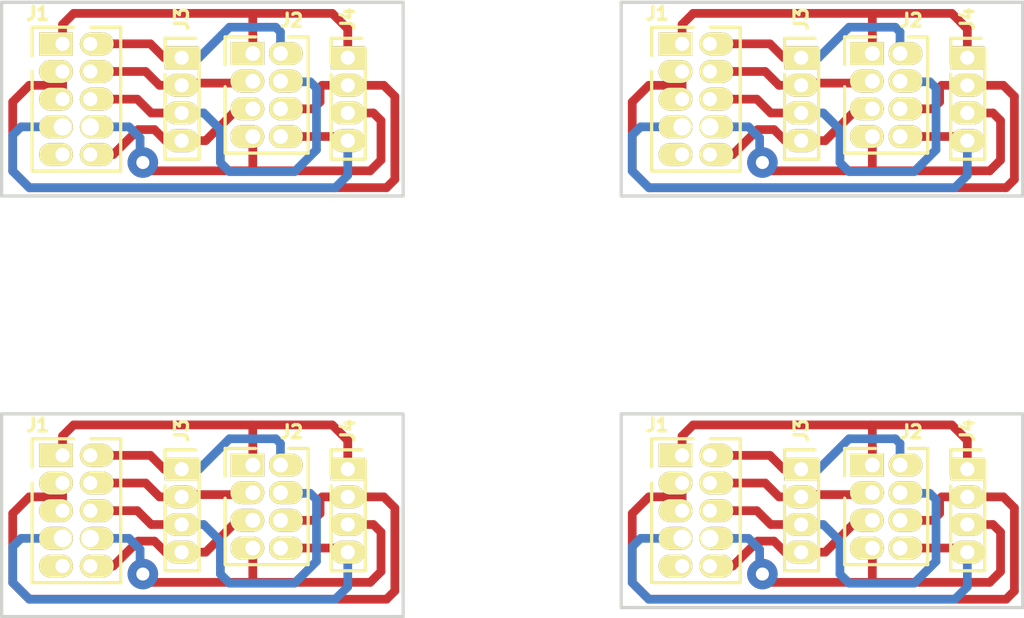
<source format=kicad_pcb>
(kicad_pcb (version 4) (host pcbnew 4.0.7-e2-6376~58~ubuntu16.04.1)

  (general
    (links 92)
    (no_connects 24)
    (area 45.385667 76.043466 96.198582 107.8744)
    (thickness 1.6)
    (drawings 16)
    (tracks 324)
    (zones 0)
    (modules 16)
    (nets 9)
  )

  (page User 148.006 210.007)
  (title_block
    (title "SWD POGO Rig")
    (date 2017-10-03)
    (rev 1)
    (company Karibe)
    (comment 3 @muriukidavid)
  )

  (layers
    (0 F.Cu signal)
    (31 B.Cu signal)
    (32 B.Adhes user)
    (33 F.Adhes user)
    (34 B.Paste user)
    (35 F.Paste user)
    (36 B.SilkS user)
    (37 F.SilkS user)
    (38 B.Mask user)
    (39 F.Mask user)
    (44 Edge.Cuts user)
    (45 Margin user)
    (46 B.CrtYd user)
    (47 F.CrtYd user)
    (48 B.Fab user hide)
    (49 F.Fab user hide)
  )

  (setup
    (last_trace_width 0.4)
    (trace_clearance 0.2)
    (zone_clearance 0.25)
    (zone_45_only no)
    (trace_min 0.2)
    (segment_width 0.2)
    (edge_width 0.15)
    (via_size 0.6)
    (via_drill 0.4)
    (via_min_size 0.4)
    (via_min_drill 0.3)
    (uvia_size 0.3)
    (uvia_drill 0.1)
    (uvias_allowed no)
    (uvia_min_size 0.2)
    (uvia_min_drill 0.1)
    (pcb_text_width 0.3)
    (pcb_text_size 1.5 1.5)
    (mod_edge_width 0.15)
    (mod_text_size 1 1)
    (mod_text_width 0.15)
    (pad_size 1.55 1.05)
    (pad_drill 0.8)
    (pad_to_mask_clearance 0.2)
    (aux_axis_origin 0 0)
    (visible_elements FFFFF77F)
    (pcbplotparams
      (layerselection 0x00000_80000000)
      (usegerberextensions false)
      (excludeedgelayer false)
      (linewidth 0.100000)
      (plotframeref false)
      (viasonmask false)
      (mode 1)
      (useauxorigin false)
      (hpglpennumber 1)
      (hpglpenspeed 20)
      (hpglpendiameter 15)
      (hpglpenoverlay 2)
      (psnegative false)
      (psa4output false)
      (plotreference true)
      (plotvalue true)
      (plotinvisibletext false)
      (padsonsilk false)
      (subtractmaskfromsilk false)
      (outputformat 5)
      (mirror false)
      (drillshape 2)
      (scaleselection 1)
      (outputdirectory ""))
  )

  (net 0 "")
  (net 1 3v3)
  (net 2 GND)
  (net 3 SWDCLK)
  (net 4 RESET)
  (net 5 SWDIO)
  (net 6 SWDTRACE)
  (net 7 UARTTX)
  (net 8 UARTRX)

  (net_class Default "This is the default net class."
    (clearance 0.2)
    (trace_width 0.4)
    (via_dia 0.6)
    (via_drill 0.4)
    (uvia_dia 0.3)
    (uvia_drill 0.1)
    (add_net 3v3)
    (add_net GND)
    (add_net RESET)
    (add_net SWDCLK)
    (add_net SWDIO)
    (add_net SWDTRACE)
    (add_net UARTRX)
    (add_net UARTTX)
  )

  (module Pin_Headers:Pin_Header_Straight_01x04_Pitch1.27mm_wide (layer F.Cu) (tedit 59D38D7B) (tstamp 59D905EE)
    (at 63.5 99.916 270)
    (descr "Through hole pin header, pitch 1.27mm")
    (tags "pin header")
    (path /59B0EBBC)
    (fp_text reference J4 (at -1.778 0 270) (layer F.SilkS)
      (effects (font (size 0.6 0.6) (thickness 0.15)))
    )
    (fp_text value CONN_01X04 (at 0.0508 2.0574 270) (layer F.Fab)
      (effects (font (size 1 1) (thickness 0.15)))
    )
    (fp_line (start 4.6609 -0.8001) (end -0.41656 -0.8001) (layer F.SilkS) (width 0.15))
    (fp_line (start 4.6609 0.762) (end 4.6609 -0.8001) (layer F.SilkS) (width 0.15))
    (fp_line (start 4.6609 0.762) (end 0.762 0.762) (layer F.SilkS) (width 0.15))
    (fp_line (start -1.0922 -1.0414) (end -1.0922 0.9906) (layer F.CrtYd) (width 0.05))
    (fp_line (start 4.9149 -1.0414) (end 4.9149 0.9906) (layer F.CrtYd) (width 0.05))
    (fp_line (start -1.0922 -1.0414) (end 4.9149 -1.0414) (layer F.CrtYd) (width 0.05))
    (fp_line (start -1.0922 0.9906) (end 4.9149 0.9906) (layer F.CrtYd) (width 0.05))
    (fp_line (start 0.254 0.762) (end -0.889 0.762) (layer F.SilkS) (width 0.15))
    (fp_line (start -0.889 -0.635) (end -0.889 0.762) (layer F.SilkS) (width 0.15))
    (pad 1 thru_hole rect (at 0 0 270) (size 1.05 1.55) (drill 0.65) (layers *.Cu *.Mask F.SilkS)
      (net 1 3v3))
    (pad 2 thru_hole oval (at 1.27 0 270) (size 1.05 1.55) (drill 0.65) (layers *.Cu *.Mask F.SilkS)
      (net 2 GND))
    (pad 3 thru_hole oval (at 2.54 0 270) (size 1.05 1.55) (drill 0.65) (layers *.Cu *.Mask F.SilkS)
      (net 8 UARTRX))
    (pad 4 thru_hole oval (at 3.81 0 270) (size 1.05 1.55) (drill 0.65) (layers *.Cu *.Mask F.SilkS)
      (net 7 UARTTX))
  )

  (module Pin_Headers:Pin_Header_Straight_01x04_Pitch1.27mm_wide (layer F.Cu) (tedit 59D38D7B) (tstamp 59D905DE)
    (at 55.88 99.916 270)
    (descr "Through hole pin header, pitch 1.27mm")
    (tags "pin header")
    (path /59B0E8DD)
    (fp_text reference J3 (at -1.778 0 270) (layer F.SilkS)
      (effects (font (size 0.6 0.6) (thickness 0.15)))
    )
    (fp_text value CONN_01X04 (at 0.0508 2.0574 270) (layer F.Fab)
      (effects (font (size 1 1) (thickness 0.15)))
    )
    (fp_line (start 4.6609 -0.8001) (end -0.41656 -0.8001) (layer F.SilkS) (width 0.15))
    (fp_line (start 4.6609 0.762) (end 4.6609 -0.8001) (layer F.SilkS) (width 0.15))
    (fp_line (start 4.6609 0.762) (end 0.762 0.762) (layer F.SilkS) (width 0.15))
    (fp_line (start -1.0922 -1.0414) (end -1.0922 0.9906) (layer F.CrtYd) (width 0.05))
    (fp_line (start 4.9149 -1.0414) (end 4.9149 0.9906) (layer F.CrtYd) (width 0.05))
    (fp_line (start -1.0922 -1.0414) (end 4.9149 -1.0414) (layer F.CrtYd) (width 0.05))
    (fp_line (start -1.0922 0.9906) (end 4.9149 0.9906) (layer F.CrtYd) (width 0.05))
    (fp_line (start 0.254 0.762) (end -0.889 0.762) (layer F.SilkS) (width 0.15))
    (fp_line (start -0.889 -0.635) (end -0.889 0.762) (layer F.SilkS) (width 0.15))
    (pad 1 thru_hole rect (at 0 0 270) (size 1.05 1.55) (drill 0.65) (layers *.Cu *.Mask F.SilkS)
      (net 5 SWDIO))
    (pad 2 thru_hole oval (at 1.27 0 270) (size 1.05 1.55) (drill 0.65) (layers *.Cu *.Mask F.SilkS)
      (net 3 SWDCLK))
    (pad 3 thru_hole oval (at 2.54 0 270) (size 1.05 1.55) (drill 0.65) (layers *.Cu *.Mask F.SilkS)
      (net 6 SWDTRACE))
    (pad 4 thru_hole oval (at 3.81 0 270) (size 1.05 1.55) (drill 0.65) (layers *.Cu *.Mask F.SilkS)
      (net 4 RESET))
  )

  (module Pin_Headers:Pin_Header_Straight_2x05_Pitch1.27mm (layer F.Cu) (tedit 59D3AA75) (tstamp 59D905C7)
    (at 50.419 99.281)
    (descr "Through hole pin header, pitch 1.27mm")
    (tags "pin header")
    (path /59B05100)
    (fp_text reference J1 (at -1.143 -1.397) (layer F.SilkS)
      (effects (font (size 0.6 0.6) (thickness 0.15)))
    )
    (fp_text value CONN_02X05 (at 0 6.9) (layer F.Fab)
      (effects (font (size 1 1) (thickness 0.15)))
    )
    (fp_line (start 2.667 -0.762) (end 1.3 -0.762) (layer F.SilkS) (width 0.15))
    (fp_line (start 2.667 5.842) (end 2.667 -0.762) (layer F.SilkS) (width 0.15))
    (fp_line (start 2.667 5.842) (end -1.397 5.842) (layer F.SilkS) (width 0.15))
    (fp_line (start -1.651 -1.016) (end -1.651 6.096) (layer F.CrtYd) (width 0.05))
    (fp_line (start 2.794 -1.016) (end 2.794 6.096) (layer F.CrtYd) (width 0.05))
    (fp_line (start -1.651 -1.016) (end 2.794 -1.016) (layer F.CrtYd) (width 0.05))
    (fp_line (start -1.651 6.096) (end 2.794 6.096) (layer F.CrtYd) (width 0.05))
    (fp_line (start -1.397 5.82) (end -1.397 1.27) (layer F.SilkS) (width 0.15))
    (fp_line (start 0.508 -0.762) (end -1.397 -0.762) (layer F.SilkS) (width 0.15))
    (fp_line (start -1.397 -0.762) (end -1.397 0.538) (layer F.SilkS) (width 0.15))
    (pad 1 thru_hole rect (at 0 0) (size 1.55 1.05) (drill 0.65 (offset -0.3 0)) (layers *.Cu *.Mask F.SilkS)
      (net 1 3v3))
    (pad 3 thru_hole oval (at 0 1.27) (size 1.55 1.05) (drill 0.65 (offset -0.3 0)) (layers *.Cu *.Mask F.SilkS)
      (net 2 GND))
    (pad 5 thru_hole oval (at 0 2.54) (size 1.55 1.05) (drill 0.65 (offset -0.3 0)) (layers *.Cu *.Mask F.SilkS)
      (net 2 GND))
    (pad 7 thru_hole oval (at 0 3.81) (size 1.55 1.05) (drill 0.8 (offset -0.3 0)) (layers *.Cu *.Mask F.SilkS)
      (net 7 UARTTX))
    (pad 9 thru_hole oval (at 0 5.08) (size 1.55 1.05) (drill 0.65 (offset -0.3 0)) (layers *.Cu *.Mask F.SilkS))
    (pad 4 thru_hole oval (at 1.27 1.27) (size 1.55 1.05) (drill 0.65 (offset 0.3 0)) (layers *.Cu *.Mask F.SilkS)
      (net 3 SWDCLK))
    (pad 6 thru_hole oval (at 1.27 2.54) (size 1.55 1.05) (drill 0.65 (offset 0.3 0)) (layers *.Cu *.Mask F.SilkS)
      (net 6 SWDTRACE))
    (pad 8 thru_hole oval (at 1.27 3.81) (size 1.55 1.05) (drill 0.8 (offset 0.3 0)) (layers *.Cu *.Mask F.SilkS)
      (net 8 UARTRX))
    (pad 10 thru_hole oval (at 1.27 5.08) (size 1.55 1.05) (drill 0.65 (offset 0.3 0)) (layers *.Cu *.Mask F.SilkS)
      (net 4 RESET))
    (pad 2 thru_hole oval (at 1.27 0) (size 1.55 1.05) (drill 0.65 (offset 0.3 0)) (layers *.Cu *.Mask F.SilkS)
      (net 5 SWDIO))
    (model Pin_Headers.3dshapes/Pin_Header_Straight_2x05.wrl
      (at (xyz 0.025 -0.1 0))
      (scale (xyz 0.5 0.5 0.5))
      (rotate (xyz 0 0 90))
    )
  )

  (module Pin_Headers:Pin_Header_Pogo_02x04_Pitch1.27mm (layer F.Cu) (tedit 59D3A5BB) (tstamp 59D905B2)
    (at 59.1439 99.7255)
    (descr "Through hole pin header, pitch 1.27mm")
    (tags "pin header")
    (path /59D3A2DD)
    (fp_text reference J2 (at 1.778 -1.524) (layer F.SilkS)
      (effects (font (size 0.6 0.6) (thickness 0.15)))
    )
    (fp_text value Conn_02x04_Odd_Even (at -0.0127 7.0739) (layer F.Fab)
      (effects (font (size 1 1) (thickness 0.15)))
    )
    (fp_line (start 2.54 -0.762) (end 1.651 -0.762) (layer F.SilkS) (width 0.15))
    (fp_line (start 2.54 4.572) (end 2.54 -0.762) (layer F.SilkS) (width 0.15))
    (fp_line (start 2.54 4.572) (end -1.27 4.572) (layer F.SilkS) (width 0.15))
    (fp_line (start -1.524 -1.016) (end -1.524 4.826) (layer F.CrtYd) (width 0.05))
    (fp_line (start 2.794 -1.016) (end 2.794 4.826) (layer F.CrtYd) (width 0.05))
    (fp_line (start -1.524 -1.016) (end 2.794 -1.016) (layer F.CrtYd) (width 0.05))
    (fp_line (start -1.524 4.826) (end 2.794 4.826) (layer F.CrtYd) (width 0.05))
    (fp_line (start -1.27 4.572) (end -1.27 1.524) (layer F.SilkS) (width 0.15))
    (fp_line (start 0.127 -0.762) (end -1.27 -0.762) (layer F.SilkS) (width 0.15))
    (fp_line (start -1.27 -0.762) (end -1.27 0.508) (layer F.SilkS) (width 0.15))
    (pad 1 thru_hole rect (at 0 0) (size 1.55 1.05) (drill 0.68 (offset -0.25 0)) (layers *.Cu *.Mask F.SilkS)
      (net 1 3v3))
    (pad 2 thru_hole oval (at 1.27 0) (size 1.55 1.05) (drill 0.68 (offset 0.25 0)) (layers *.Cu *.Mask F.SilkS)
      (net 5 SWDIO))
    (pad 3 thru_hole oval (at 0 1.27 180) (size 1.55 1.05) (drill 0.68 (offset 0.25 0)) (layers *.Cu *.Mask F.SilkS)
      (net 3 SWDCLK))
    (pad 5 thru_hole oval (at 0 2.54 180) (size 1.55 1.05) (drill 0.68 (offset 0.25 0)) (layers *.Cu *.Mask F.SilkS)
      (net 4 RESET))
    (pad 7 thru_hole oval (at 0 3.81 180) (size 1.55 1.05) (drill 0.68 (offset 0.25 0)) (layers *.Cu *.Mask F.SilkS)
      (net 8 UARTRX))
    (pad 4 thru_hole oval (at 1.27 1.27) (size 1.55 1.05) (drill 0.68 (offset 0.25 0)) (layers *.Cu *.Mask F.SilkS)
      (net 6 SWDTRACE))
    (pad 6 thru_hole oval (at 1.27 2.54) (size 1.55 1.05) (drill 0.68 (offset 0.25 0)) (layers *.Cu *.Mask F.SilkS)
      (net 2 GND))
    (pad 8 thru_hole oval (at 1.27 3.81) (size 1.55 1.05) (drill 0.68 (offset 0.25 0)) (layers *.Cu *.Mask F.SilkS)
      (net 7 UARTTX))
  )

  (module Pin_Headers:Pin_Header_Pogo_02x04_Pitch1.27mm (layer F.Cu) (tedit 59D3A5BB) (tstamp 59D904A5)
    (at 87.5589 99.7255)
    (descr "Through hole pin header, pitch 1.27mm")
    (tags "pin header")
    (path /59D3A2DD)
    (fp_text reference J2 (at 1.778 -1.524) (layer F.SilkS)
      (effects (font (size 0.6 0.6) (thickness 0.15)))
    )
    (fp_text value Conn_02x04_Odd_Even (at -0.0127 7.0739) (layer F.Fab)
      (effects (font (size 1 1) (thickness 0.15)))
    )
    (fp_line (start 2.54 -0.762) (end 1.651 -0.762) (layer F.SilkS) (width 0.15))
    (fp_line (start 2.54 4.572) (end 2.54 -0.762) (layer F.SilkS) (width 0.15))
    (fp_line (start 2.54 4.572) (end -1.27 4.572) (layer F.SilkS) (width 0.15))
    (fp_line (start -1.524 -1.016) (end -1.524 4.826) (layer F.CrtYd) (width 0.05))
    (fp_line (start 2.794 -1.016) (end 2.794 4.826) (layer F.CrtYd) (width 0.05))
    (fp_line (start -1.524 -1.016) (end 2.794 -1.016) (layer F.CrtYd) (width 0.05))
    (fp_line (start -1.524 4.826) (end 2.794 4.826) (layer F.CrtYd) (width 0.05))
    (fp_line (start -1.27 4.572) (end -1.27 1.524) (layer F.SilkS) (width 0.15))
    (fp_line (start 0.127 -0.762) (end -1.27 -0.762) (layer F.SilkS) (width 0.15))
    (fp_line (start -1.27 -0.762) (end -1.27 0.508) (layer F.SilkS) (width 0.15))
    (pad 1 thru_hole rect (at 0 0) (size 1.55 1.05) (drill 0.68 (offset -0.25 0)) (layers *.Cu *.Mask F.SilkS)
      (net 1 3v3))
    (pad 2 thru_hole oval (at 1.27 0) (size 1.55 1.05) (drill 0.68 (offset 0.25 0)) (layers *.Cu *.Mask F.SilkS)
      (net 5 SWDIO))
    (pad 3 thru_hole oval (at 0 1.27 180) (size 1.55 1.05) (drill 0.68 (offset 0.25 0)) (layers *.Cu *.Mask F.SilkS)
      (net 3 SWDCLK))
    (pad 5 thru_hole oval (at 0 2.54 180) (size 1.55 1.05) (drill 0.68 (offset 0.25 0)) (layers *.Cu *.Mask F.SilkS)
      (net 4 RESET))
    (pad 7 thru_hole oval (at 0 3.81 180) (size 1.55 1.05) (drill 0.68 (offset 0.25 0)) (layers *.Cu *.Mask F.SilkS)
      (net 8 UARTRX))
    (pad 4 thru_hole oval (at 1.27 1.27) (size 1.55 1.05) (drill 0.68 (offset 0.25 0)) (layers *.Cu *.Mask F.SilkS)
      (net 6 SWDTRACE))
    (pad 6 thru_hole oval (at 1.27 2.54) (size 1.55 1.05) (drill 0.68 (offset 0.25 0)) (layers *.Cu *.Mask F.SilkS)
      (net 2 GND))
    (pad 8 thru_hole oval (at 1.27 3.81) (size 1.55 1.05) (drill 0.68 (offset 0.25 0)) (layers *.Cu *.Mask F.SilkS)
      (net 7 UARTTX))
  )

  (module Pin_Headers:Pin_Header_Straight_01x04_Pitch1.27mm_wide (layer F.Cu) (tedit 59D38D7B) (tstamp 59D90495)
    (at 91.915 99.916 270)
    (descr "Through hole pin header, pitch 1.27mm")
    (tags "pin header")
    (path /59B0EBBC)
    (fp_text reference J4 (at -1.778 0 270) (layer F.SilkS)
      (effects (font (size 0.6 0.6) (thickness 0.15)))
    )
    (fp_text value CONN_01X04 (at 0.0508 2.0574 270) (layer F.Fab)
      (effects (font (size 1 1) (thickness 0.15)))
    )
    (fp_line (start 4.6609 -0.8001) (end -0.41656 -0.8001) (layer F.SilkS) (width 0.15))
    (fp_line (start 4.6609 0.762) (end 4.6609 -0.8001) (layer F.SilkS) (width 0.15))
    (fp_line (start 4.6609 0.762) (end 0.762 0.762) (layer F.SilkS) (width 0.15))
    (fp_line (start -1.0922 -1.0414) (end -1.0922 0.9906) (layer F.CrtYd) (width 0.05))
    (fp_line (start 4.9149 -1.0414) (end 4.9149 0.9906) (layer F.CrtYd) (width 0.05))
    (fp_line (start -1.0922 -1.0414) (end 4.9149 -1.0414) (layer F.CrtYd) (width 0.05))
    (fp_line (start -1.0922 0.9906) (end 4.9149 0.9906) (layer F.CrtYd) (width 0.05))
    (fp_line (start 0.254 0.762) (end -0.889 0.762) (layer F.SilkS) (width 0.15))
    (fp_line (start -0.889 -0.635) (end -0.889 0.762) (layer F.SilkS) (width 0.15))
    (pad 1 thru_hole rect (at 0 0 270) (size 1.05 1.55) (drill 0.65) (layers *.Cu *.Mask F.SilkS)
      (net 1 3v3))
    (pad 2 thru_hole oval (at 1.27 0 270) (size 1.05 1.55) (drill 0.65) (layers *.Cu *.Mask F.SilkS)
      (net 2 GND))
    (pad 3 thru_hole oval (at 2.54 0 270) (size 1.05 1.55) (drill 0.65) (layers *.Cu *.Mask F.SilkS)
      (net 8 UARTRX))
    (pad 4 thru_hole oval (at 3.81 0 270) (size 1.05 1.55) (drill 0.65) (layers *.Cu *.Mask F.SilkS)
      (net 7 UARTTX))
  )

  (module Pin_Headers:Pin_Header_Straight_01x04_Pitch1.27mm_wide (layer F.Cu) (tedit 59D38D7B) (tstamp 59D90485)
    (at 84.295 99.916 270)
    (descr "Through hole pin header, pitch 1.27mm")
    (tags "pin header")
    (path /59B0E8DD)
    (fp_text reference J3 (at -1.778 0 270) (layer F.SilkS)
      (effects (font (size 0.6 0.6) (thickness 0.15)))
    )
    (fp_text value CONN_01X04 (at 0.0508 2.0574 270) (layer F.Fab)
      (effects (font (size 1 1) (thickness 0.15)))
    )
    (fp_line (start 4.6609 -0.8001) (end -0.41656 -0.8001) (layer F.SilkS) (width 0.15))
    (fp_line (start 4.6609 0.762) (end 4.6609 -0.8001) (layer F.SilkS) (width 0.15))
    (fp_line (start 4.6609 0.762) (end 0.762 0.762) (layer F.SilkS) (width 0.15))
    (fp_line (start -1.0922 -1.0414) (end -1.0922 0.9906) (layer F.CrtYd) (width 0.05))
    (fp_line (start 4.9149 -1.0414) (end 4.9149 0.9906) (layer F.CrtYd) (width 0.05))
    (fp_line (start -1.0922 -1.0414) (end 4.9149 -1.0414) (layer F.CrtYd) (width 0.05))
    (fp_line (start -1.0922 0.9906) (end 4.9149 0.9906) (layer F.CrtYd) (width 0.05))
    (fp_line (start 0.254 0.762) (end -0.889 0.762) (layer F.SilkS) (width 0.15))
    (fp_line (start -0.889 -0.635) (end -0.889 0.762) (layer F.SilkS) (width 0.15))
    (pad 1 thru_hole rect (at 0 0 270) (size 1.05 1.55) (drill 0.65) (layers *.Cu *.Mask F.SilkS)
      (net 5 SWDIO))
    (pad 2 thru_hole oval (at 1.27 0 270) (size 1.05 1.55) (drill 0.65) (layers *.Cu *.Mask F.SilkS)
      (net 3 SWDCLK))
    (pad 3 thru_hole oval (at 2.54 0 270) (size 1.05 1.55) (drill 0.65) (layers *.Cu *.Mask F.SilkS)
      (net 6 SWDTRACE))
    (pad 4 thru_hole oval (at 3.81 0 270) (size 1.05 1.55) (drill 0.65) (layers *.Cu *.Mask F.SilkS)
      (net 4 RESET))
  )

  (module Pin_Headers:Pin_Header_Straight_2x05_Pitch1.27mm (layer F.Cu) (tedit 59D3AA75) (tstamp 59D9046E)
    (at 78.834 99.281)
    (descr "Through hole pin header, pitch 1.27mm")
    (tags "pin header")
    (path /59B05100)
    (fp_text reference J1 (at -1.143 -1.397) (layer F.SilkS)
      (effects (font (size 0.6 0.6) (thickness 0.15)))
    )
    (fp_text value CONN_02X05 (at 0 6.9) (layer F.Fab)
      (effects (font (size 1 1) (thickness 0.15)))
    )
    (fp_line (start 2.667 -0.762) (end 1.3 -0.762) (layer F.SilkS) (width 0.15))
    (fp_line (start 2.667 5.842) (end 2.667 -0.762) (layer F.SilkS) (width 0.15))
    (fp_line (start 2.667 5.842) (end -1.397 5.842) (layer F.SilkS) (width 0.15))
    (fp_line (start -1.651 -1.016) (end -1.651 6.096) (layer F.CrtYd) (width 0.05))
    (fp_line (start 2.794 -1.016) (end 2.794 6.096) (layer F.CrtYd) (width 0.05))
    (fp_line (start -1.651 -1.016) (end 2.794 -1.016) (layer F.CrtYd) (width 0.05))
    (fp_line (start -1.651 6.096) (end 2.794 6.096) (layer F.CrtYd) (width 0.05))
    (fp_line (start -1.397 5.82) (end -1.397 1.27) (layer F.SilkS) (width 0.15))
    (fp_line (start 0.508 -0.762) (end -1.397 -0.762) (layer F.SilkS) (width 0.15))
    (fp_line (start -1.397 -0.762) (end -1.397 0.538) (layer F.SilkS) (width 0.15))
    (pad 1 thru_hole rect (at 0 0) (size 1.55 1.05) (drill 0.65 (offset -0.3 0)) (layers *.Cu *.Mask F.SilkS)
      (net 1 3v3))
    (pad 3 thru_hole oval (at 0 1.27) (size 1.55 1.05) (drill 0.65 (offset -0.3 0)) (layers *.Cu *.Mask F.SilkS)
      (net 2 GND))
    (pad 5 thru_hole oval (at 0 2.54) (size 1.55 1.05) (drill 0.65 (offset -0.3 0)) (layers *.Cu *.Mask F.SilkS)
      (net 2 GND))
    (pad 7 thru_hole oval (at 0 3.81) (size 1.55 1.05) (drill 0.8 (offset -0.3 0)) (layers *.Cu *.Mask F.SilkS)
      (net 7 UARTTX))
    (pad 9 thru_hole oval (at 0 5.08) (size 1.55 1.05) (drill 0.65 (offset -0.3 0)) (layers *.Cu *.Mask F.SilkS))
    (pad 4 thru_hole oval (at 1.27 1.27) (size 1.55 1.05) (drill 0.65 (offset 0.3 0)) (layers *.Cu *.Mask F.SilkS)
      (net 3 SWDCLK))
    (pad 6 thru_hole oval (at 1.27 2.54) (size 1.55 1.05) (drill 0.65 (offset 0.3 0)) (layers *.Cu *.Mask F.SilkS)
      (net 6 SWDTRACE))
    (pad 8 thru_hole oval (at 1.27 3.81) (size 1.55 1.05) (drill 0.8 (offset 0.3 0)) (layers *.Cu *.Mask F.SilkS)
      (net 8 UARTRX))
    (pad 10 thru_hole oval (at 1.27 5.08) (size 1.55 1.05) (drill 0.65 (offset 0.3 0)) (layers *.Cu *.Mask F.SilkS)
      (net 4 RESET))
    (pad 2 thru_hole oval (at 1.27 0) (size 1.55 1.05) (drill 0.65 (offset 0.3 0)) (layers *.Cu *.Mask F.SilkS)
      (net 5 SWDIO))
    (model Pin_Headers.3dshapes/Pin_Header_Straight_2x05.wrl
      (at (xyz 0.025 -0.1 0))
      (scale (xyz 0.5 0.5 0.5))
      (rotate (xyz 0 0 90))
    )
  )

  (module Pin_Headers:Pin_Header_Pogo_02x04_Pitch1.27mm (layer F.Cu) (tedit 59D3A5BB) (tstamp 59D902C2)
    (at 87.5589 80.8355)
    (descr "Through hole pin header, pitch 1.27mm")
    (tags "pin header")
    (path /59D3A2DD)
    (fp_text reference J2 (at 1.778 -1.524) (layer F.SilkS)
      (effects (font (size 0.6 0.6) (thickness 0.15)))
    )
    (fp_text value Conn_02x04_Odd_Even (at -0.0127 7.0739) (layer F.Fab)
      (effects (font (size 1 1) (thickness 0.15)))
    )
    (fp_line (start 2.54 -0.762) (end 1.651 -0.762) (layer F.SilkS) (width 0.15))
    (fp_line (start 2.54 4.572) (end 2.54 -0.762) (layer F.SilkS) (width 0.15))
    (fp_line (start 2.54 4.572) (end -1.27 4.572) (layer F.SilkS) (width 0.15))
    (fp_line (start -1.524 -1.016) (end -1.524 4.826) (layer F.CrtYd) (width 0.05))
    (fp_line (start 2.794 -1.016) (end 2.794 4.826) (layer F.CrtYd) (width 0.05))
    (fp_line (start -1.524 -1.016) (end 2.794 -1.016) (layer F.CrtYd) (width 0.05))
    (fp_line (start -1.524 4.826) (end 2.794 4.826) (layer F.CrtYd) (width 0.05))
    (fp_line (start -1.27 4.572) (end -1.27 1.524) (layer F.SilkS) (width 0.15))
    (fp_line (start 0.127 -0.762) (end -1.27 -0.762) (layer F.SilkS) (width 0.15))
    (fp_line (start -1.27 -0.762) (end -1.27 0.508) (layer F.SilkS) (width 0.15))
    (pad 1 thru_hole rect (at 0 0) (size 1.55 1.05) (drill 0.68 (offset -0.25 0)) (layers *.Cu *.Mask F.SilkS)
      (net 1 3v3))
    (pad 2 thru_hole oval (at 1.27 0) (size 1.55 1.05) (drill 0.68 (offset 0.25 0)) (layers *.Cu *.Mask F.SilkS)
      (net 5 SWDIO))
    (pad 3 thru_hole oval (at 0 1.27 180) (size 1.55 1.05) (drill 0.68 (offset 0.25 0)) (layers *.Cu *.Mask F.SilkS)
      (net 3 SWDCLK))
    (pad 5 thru_hole oval (at 0 2.54 180) (size 1.55 1.05) (drill 0.68 (offset 0.25 0)) (layers *.Cu *.Mask F.SilkS)
      (net 4 RESET))
    (pad 7 thru_hole oval (at 0 3.81 180) (size 1.55 1.05) (drill 0.68 (offset 0.25 0)) (layers *.Cu *.Mask F.SilkS)
      (net 8 UARTRX))
    (pad 4 thru_hole oval (at 1.27 1.27) (size 1.55 1.05) (drill 0.68 (offset 0.25 0)) (layers *.Cu *.Mask F.SilkS)
      (net 6 SWDTRACE))
    (pad 6 thru_hole oval (at 1.27 2.54) (size 1.55 1.05) (drill 0.68 (offset 0.25 0)) (layers *.Cu *.Mask F.SilkS)
      (net 2 GND))
    (pad 8 thru_hole oval (at 1.27 3.81) (size 1.55 1.05) (drill 0.68 (offset 0.25 0)) (layers *.Cu *.Mask F.SilkS)
      (net 7 UARTTX))
  )

  (module Pin_Headers:Pin_Header_Straight_01x04_Pitch1.27mm_wide (layer F.Cu) (tedit 59D38D7B) (tstamp 59D902B2)
    (at 91.915 81.026 270)
    (descr "Through hole pin header, pitch 1.27mm")
    (tags "pin header")
    (path /59B0EBBC)
    (fp_text reference J4 (at -1.778 0 270) (layer F.SilkS)
      (effects (font (size 0.6 0.6) (thickness 0.15)))
    )
    (fp_text value CONN_01X04 (at 0.0508 2.0574 270) (layer F.Fab)
      (effects (font (size 1 1) (thickness 0.15)))
    )
    (fp_line (start 4.6609 -0.8001) (end -0.41656 -0.8001) (layer F.SilkS) (width 0.15))
    (fp_line (start 4.6609 0.762) (end 4.6609 -0.8001) (layer F.SilkS) (width 0.15))
    (fp_line (start 4.6609 0.762) (end 0.762 0.762) (layer F.SilkS) (width 0.15))
    (fp_line (start -1.0922 -1.0414) (end -1.0922 0.9906) (layer F.CrtYd) (width 0.05))
    (fp_line (start 4.9149 -1.0414) (end 4.9149 0.9906) (layer F.CrtYd) (width 0.05))
    (fp_line (start -1.0922 -1.0414) (end 4.9149 -1.0414) (layer F.CrtYd) (width 0.05))
    (fp_line (start -1.0922 0.9906) (end 4.9149 0.9906) (layer F.CrtYd) (width 0.05))
    (fp_line (start 0.254 0.762) (end -0.889 0.762) (layer F.SilkS) (width 0.15))
    (fp_line (start -0.889 -0.635) (end -0.889 0.762) (layer F.SilkS) (width 0.15))
    (pad 1 thru_hole rect (at 0 0 270) (size 1.05 1.55) (drill 0.65) (layers *.Cu *.Mask F.SilkS)
      (net 1 3v3))
    (pad 2 thru_hole oval (at 1.27 0 270) (size 1.05 1.55) (drill 0.65) (layers *.Cu *.Mask F.SilkS)
      (net 2 GND))
    (pad 3 thru_hole oval (at 2.54 0 270) (size 1.05 1.55) (drill 0.65) (layers *.Cu *.Mask F.SilkS)
      (net 8 UARTRX))
    (pad 4 thru_hole oval (at 3.81 0 270) (size 1.05 1.55) (drill 0.65) (layers *.Cu *.Mask F.SilkS)
      (net 7 UARTTX))
  )

  (module Pin_Headers:Pin_Header_Straight_01x04_Pitch1.27mm_wide (layer F.Cu) (tedit 59D38D7B) (tstamp 59D902A2)
    (at 84.295 81.026 270)
    (descr "Through hole pin header, pitch 1.27mm")
    (tags "pin header")
    (path /59B0E8DD)
    (fp_text reference J3 (at -1.778 0 270) (layer F.SilkS)
      (effects (font (size 0.6 0.6) (thickness 0.15)))
    )
    (fp_text value CONN_01X04 (at 0.0508 2.0574 270) (layer F.Fab)
      (effects (font (size 1 1) (thickness 0.15)))
    )
    (fp_line (start 4.6609 -0.8001) (end -0.41656 -0.8001) (layer F.SilkS) (width 0.15))
    (fp_line (start 4.6609 0.762) (end 4.6609 -0.8001) (layer F.SilkS) (width 0.15))
    (fp_line (start 4.6609 0.762) (end 0.762 0.762) (layer F.SilkS) (width 0.15))
    (fp_line (start -1.0922 -1.0414) (end -1.0922 0.9906) (layer F.CrtYd) (width 0.05))
    (fp_line (start 4.9149 -1.0414) (end 4.9149 0.9906) (layer F.CrtYd) (width 0.05))
    (fp_line (start -1.0922 -1.0414) (end 4.9149 -1.0414) (layer F.CrtYd) (width 0.05))
    (fp_line (start -1.0922 0.9906) (end 4.9149 0.9906) (layer F.CrtYd) (width 0.05))
    (fp_line (start 0.254 0.762) (end -0.889 0.762) (layer F.SilkS) (width 0.15))
    (fp_line (start -0.889 -0.635) (end -0.889 0.762) (layer F.SilkS) (width 0.15))
    (pad 1 thru_hole rect (at 0 0 270) (size 1.05 1.55) (drill 0.65) (layers *.Cu *.Mask F.SilkS)
      (net 5 SWDIO))
    (pad 2 thru_hole oval (at 1.27 0 270) (size 1.05 1.55) (drill 0.65) (layers *.Cu *.Mask F.SilkS)
      (net 3 SWDCLK))
    (pad 3 thru_hole oval (at 2.54 0 270) (size 1.05 1.55) (drill 0.65) (layers *.Cu *.Mask F.SilkS)
      (net 6 SWDTRACE))
    (pad 4 thru_hole oval (at 3.81 0 270) (size 1.05 1.55) (drill 0.65) (layers *.Cu *.Mask F.SilkS)
      (net 4 RESET))
  )

  (module Pin_Headers:Pin_Header_Straight_2x05_Pitch1.27mm (layer F.Cu) (tedit 59D3AA75) (tstamp 59D9028B)
    (at 78.834 80.391)
    (descr "Through hole pin header, pitch 1.27mm")
    (tags "pin header")
    (path /59B05100)
    (fp_text reference J1 (at -1.143 -1.397) (layer F.SilkS)
      (effects (font (size 0.6 0.6) (thickness 0.15)))
    )
    (fp_text value CONN_02X05 (at 0 6.9) (layer F.Fab)
      (effects (font (size 1 1) (thickness 0.15)))
    )
    (fp_line (start 2.667 -0.762) (end 1.3 -0.762) (layer F.SilkS) (width 0.15))
    (fp_line (start 2.667 5.842) (end 2.667 -0.762) (layer F.SilkS) (width 0.15))
    (fp_line (start 2.667 5.842) (end -1.397 5.842) (layer F.SilkS) (width 0.15))
    (fp_line (start -1.651 -1.016) (end -1.651 6.096) (layer F.CrtYd) (width 0.05))
    (fp_line (start 2.794 -1.016) (end 2.794 6.096) (layer F.CrtYd) (width 0.05))
    (fp_line (start -1.651 -1.016) (end 2.794 -1.016) (layer F.CrtYd) (width 0.05))
    (fp_line (start -1.651 6.096) (end 2.794 6.096) (layer F.CrtYd) (width 0.05))
    (fp_line (start -1.397 5.82) (end -1.397 1.27) (layer F.SilkS) (width 0.15))
    (fp_line (start 0.508 -0.762) (end -1.397 -0.762) (layer F.SilkS) (width 0.15))
    (fp_line (start -1.397 -0.762) (end -1.397 0.538) (layer F.SilkS) (width 0.15))
    (pad 1 thru_hole rect (at 0 0) (size 1.55 1.05) (drill 0.65 (offset -0.3 0)) (layers *.Cu *.Mask F.SilkS)
      (net 1 3v3))
    (pad 3 thru_hole oval (at 0 1.27) (size 1.55 1.05) (drill 0.65 (offset -0.3 0)) (layers *.Cu *.Mask F.SilkS)
      (net 2 GND))
    (pad 5 thru_hole oval (at 0 2.54) (size 1.55 1.05) (drill 0.65 (offset -0.3 0)) (layers *.Cu *.Mask F.SilkS)
      (net 2 GND))
    (pad 7 thru_hole oval (at 0 3.81) (size 1.55 1.05) (drill 0.8 (offset -0.3 0)) (layers *.Cu *.Mask F.SilkS)
      (net 7 UARTTX))
    (pad 9 thru_hole oval (at 0 5.08) (size 1.55 1.05) (drill 0.65 (offset -0.3 0)) (layers *.Cu *.Mask F.SilkS))
    (pad 4 thru_hole oval (at 1.27 1.27) (size 1.55 1.05) (drill 0.65 (offset 0.3 0)) (layers *.Cu *.Mask F.SilkS)
      (net 3 SWDCLK))
    (pad 6 thru_hole oval (at 1.27 2.54) (size 1.55 1.05) (drill 0.65 (offset 0.3 0)) (layers *.Cu *.Mask F.SilkS)
      (net 6 SWDTRACE))
    (pad 8 thru_hole oval (at 1.27 3.81) (size 1.55 1.05) (drill 0.8 (offset 0.3 0)) (layers *.Cu *.Mask F.SilkS)
      (net 8 UARTRX))
    (pad 10 thru_hole oval (at 1.27 5.08) (size 1.55 1.05) (drill 0.65 (offset 0.3 0)) (layers *.Cu *.Mask F.SilkS)
      (net 4 RESET))
    (pad 2 thru_hole oval (at 1.27 0) (size 1.55 1.05) (drill 0.65 (offset 0.3 0)) (layers *.Cu *.Mask F.SilkS)
      (net 5 SWDIO))
    (model Pin_Headers.3dshapes/Pin_Header_Straight_2x05.wrl
      (at (xyz 0.025 -0.1 0))
      (scale (xyz 0.5 0.5 0.5))
      (rotate (xyz 0 0 90))
    )
  )

  (module Pin_Headers:Pin_Header_Straight_2x05_Pitch1.27mm (layer F.Cu) (tedit 59D3AA75) (tstamp 59B05AE3)
    (at 50.419 80.391)
    (descr "Through hole pin header, pitch 1.27mm")
    (tags "pin header")
    (path /59B05100)
    (fp_text reference J1 (at -1.143 -1.397) (layer F.SilkS)
      (effects (font (size 0.6 0.6) (thickness 0.15)))
    )
    (fp_text value CONN_02X05 (at 0 6.9) (layer F.Fab)
      (effects (font (size 1 1) (thickness 0.15)))
    )
    (fp_line (start 2.667 -0.762) (end 1.3 -0.762) (layer F.SilkS) (width 0.15))
    (fp_line (start 2.667 5.842) (end 2.667 -0.762) (layer F.SilkS) (width 0.15))
    (fp_line (start 2.667 5.842) (end -1.397 5.842) (layer F.SilkS) (width 0.15))
    (fp_line (start -1.651 -1.016) (end -1.651 6.096) (layer F.CrtYd) (width 0.05))
    (fp_line (start 2.794 -1.016) (end 2.794 6.096) (layer F.CrtYd) (width 0.05))
    (fp_line (start -1.651 -1.016) (end 2.794 -1.016) (layer F.CrtYd) (width 0.05))
    (fp_line (start -1.651 6.096) (end 2.794 6.096) (layer F.CrtYd) (width 0.05))
    (fp_line (start -1.397 5.82) (end -1.397 1.27) (layer F.SilkS) (width 0.15))
    (fp_line (start 0.508 -0.762) (end -1.397 -0.762) (layer F.SilkS) (width 0.15))
    (fp_line (start -1.397 -0.762) (end -1.397 0.538) (layer F.SilkS) (width 0.15))
    (pad 1 thru_hole rect (at 0 0) (size 1.55 1.05) (drill 0.65 (offset -0.3 0)) (layers *.Cu *.Mask F.SilkS)
      (net 1 3v3))
    (pad 3 thru_hole oval (at 0 1.27) (size 1.55 1.05) (drill 0.65 (offset -0.3 0)) (layers *.Cu *.Mask F.SilkS)
      (net 2 GND))
    (pad 5 thru_hole oval (at 0 2.54) (size 1.55 1.05) (drill 0.65 (offset -0.3 0)) (layers *.Cu *.Mask F.SilkS)
      (net 2 GND))
    (pad 7 thru_hole oval (at 0 3.81) (size 1.55 1.05) (drill 0.8 (offset -0.3 0)) (layers *.Cu *.Mask F.SilkS)
      (net 7 UARTTX))
    (pad 9 thru_hole oval (at 0 5.08) (size 1.55 1.05) (drill 0.65 (offset -0.3 0)) (layers *.Cu *.Mask F.SilkS))
    (pad 4 thru_hole oval (at 1.27 1.27) (size 1.55 1.05) (drill 0.65 (offset 0.3 0)) (layers *.Cu *.Mask F.SilkS)
      (net 3 SWDCLK))
    (pad 6 thru_hole oval (at 1.27 2.54) (size 1.55 1.05) (drill 0.65 (offset 0.3 0)) (layers *.Cu *.Mask F.SilkS)
      (net 6 SWDTRACE))
    (pad 8 thru_hole oval (at 1.27 3.81) (size 1.55 1.05) (drill 0.8 (offset 0.3 0)) (layers *.Cu *.Mask F.SilkS)
      (net 8 UARTRX))
    (pad 10 thru_hole oval (at 1.27 5.08) (size 1.55 1.05) (drill 0.65 (offset 0.3 0)) (layers *.Cu *.Mask F.SilkS)
      (net 4 RESET))
    (pad 2 thru_hole oval (at 1.27 0) (size 1.55 1.05) (drill 0.65 (offset 0.3 0)) (layers *.Cu *.Mask F.SilkS)
      (net 5 SWDIO))
    (model Pin_Headers.3dshapes/Pin_Header_Straight_2x05.wrl
      (at (xyz 0.025 -0.1 0))
      (scale (xyz 0.5 0.5 0.5))
      (rotate (xyz 0 0 90))
    )
  )

  (module Pin_Headers:Pin_Header_Straight_01x04_Pitch1.27mm_wide (layer F.Cu) (tedit 59D38D7B) (tstamp 59D8FA59)
    (at 55.88 81.026 270)
    (descr "Through hole pin header, pitch 1.27mm")
    (tags "pin header")
    (path /59B0E8DD)
    (fp_text reference J3 (at -1.778 0 270) (layer F.SilkS)
      (effects (font (size 0.6 0.6) (thickness 0.15)))
    )
    (fp_text value CONN_01X04 (at 0.0508 2.0574 270) (layer F.Fab)
      (effects (font (size 1 1) (thickness 0.15)))
    )
    (fp_line (start 4.6609 -0.8001) (end -0.41656 -0.8001) (layer F.SilkS) (width 0.15))
    (fp_line (start 4.6609 0.762) (end 4.6609 -0.8001) (layer F.SilkS) (width 0.15))
    (fp_line (start 4.6609 0.762) (end 0.762 0.762) (layer F.SilkS) (width 0.15))
    (fp_line (start -1.0922 -1.0414) (end -1.0922 0.9906) (layer F.CrtYd) (width 0.05))
    (fp_line (start 4.9149 -1.0414) (end 4.9149 0.9906) (layer F.CrtYd) (width 0.05))
    (fp_line (start -1.0922 -1.0414) (end 4.9149 -1.0414) (layer F.CrtYd) (width 0.05))
    (fp_line (start -1.0922 0.9906) (end 4.9149 0.9906) (layer F.CrtYd) (width 0.05))
    (fp_line (start 0.254 0.762) (end -0.889 0.762) (layer F.SilkS) (width 0.15))
    (fp_line (start -0.889 -0.635) (end -0.889 0.762) (layer F.SilkS) (width 0.15))
    (pad 1 thru_hole rect (at 0 0 270) (size 1.05 1.55) (drill 0.65) (layers *.Cu *.Mask F.SilkS)
      (net 5 SWDIO))
    (pad 2 thru_hole oval (at 1.27 0 270) (size 1.05 1.55) (drill 0.65) (layers *.Cu *.Mask F.SilkS)
      (net 3 SWDCLK))
    (pad 3 thru_hole oval (at 2.54 0 270) (size 1.05 1.55) (drill 0.65) (layers *.Cu *.Mask F.SilkS)
      (net 6 SWDTRACE))
    (pad 4 thru_hole oval (at 3.81 0 270) (size 1.05 1.55) (drill 0.65) (layers *.Cu *.Mask F.SilkS)
      (net 4 RESET))
  )

  (module Pin_Headers:Pin_Header_Straight_01x04_Pitch1.27mm_wide (layer F.Cu) (tedit 59D38D7B) (tstamp 59D8FA69)
    (at 63.5 81.026 270)
    (descr "Through hole pin header, pitch 1.27mm")
    (tags "pin header")
    (path /59B0EBBC)
    (fp_text reference J4 (at -1.778 0 270) (layer F.SilkS)
      (effects (font (size 0.6 0.6) (thickness 0.15)))
    )
    (fp_text value CONN_01X04 (at 0.0508 2.0574 270) (layer F.Fab)
      (effects (font (size 1 1) (thickness 0.15)))
    )
    (fp_line (start 4.6609 -0.8001) (end -0.41656 -0.8001) (layer F.SilkS) (width 0.15))
    (fp_line (start 4.6609 0.762) (end 4.6609 -0.8001) (layer F.SilkS) (width 0.15))
    (fp_line (start 4.6609 0.762) (end 0.762 0.762) (layer F.SilkS) (width 0.15))
    (fp_line (start -1.0922 -1.0414) (end -1.0922 0.9906) (layer F.CrtYd) (width 0.05))
    (fp_line (start 4.9149 -1.0414) (end 4.9149 0.9906) (layer F.CrtYd) (width 0.05))
    (fp_line (start -1.0922 -1.0414) (end 4.9149 -1.0414) (layer F.CrtYd) (width 0.05))
    (fp_line (start -1.0922 0.9906) (end 4.9149 0.9906) (layer F.CrtYd) (width 0.05))
    (fp_line (start 0.254 0.762) (end -0.889 0.762) (layer F.SilkS) (width 0.15))
    (fp_line (start -0.889 -0.635) (end -0.889 0.762) (layer F.SilkS) (width 0.15))
    (pad 1 thru_hole rect (at 0 0 270) (size 1.05 1.55) (drill 0.65) (layers *.Cu *.Mask F.SilkS)
      (net 1 3v3))
    (pad 2 thru_hole oval (at 1.27 0 270) (size 1.05 1.55) (drill 0.65) (layers *.Cu *.Mask F.SilkS)
      (net 2 GND))
    (pad 3 thru_hole oval (at 2.54 0 270) (size 1.05 1.55) (drill 0.65) (layers *.Cu *.Mask F.SilkS)
      (net 8 UARTRX))
    (pad 4 thru_hole oval (at 3.81 0 270) (size 1.05 1.55) (drill 0.65) (layers *.Cu *.Mask F.SilkS)
      (net 7 UARTTX))
  )

  (module Pin_Headers:Pin_Header_Pogo_02x04_Pitch1.27mm (layer F.Cu) (tedit 59D3A5BB) (tstamp 59B05AED)
    (at 59.1439 80.8355)
    (descr "Through hole pin header, pitch 1.27mm")
    (tags "pin header")
    (path /59D3A2DD)
    (fp_text reference J2 (at 1.778 -1.524) (layer F.SilkS)
      (effects (font (size 0.6 0.6) (thickness 0.15)))
    )
    (fp_text value Conn_02x04_Odd_Even (at -0.0127 7.0739) (layer F.Fab)
      (effects (font (size 1 1) (thickness 0.15)))
    )
    (fp_line (start 2.54 -0.762) (end 1.651 -0.762) (layer F.SilkS) (width 0.15))
    (fp_line (start 2.54 4.572) (end 2.54 -0.762) (layer F.SilkS) (width 0.15))
    (fp_line (start 2.54 4.572) (end -1.27 4.572) (layer F.SilkS) (width 0.15))
    (fp_line (start -1.524 -1.016) (end -1.524 4.826) (layer F.CrtYd) (width 0.05))
    (fp_line (start 2.794 -1.016) (end 2.794 4.826) (layer F.CrtYd) (width 0.05))
    (fp_line (start -1.524 -1.016) (end 2.794 -1.016) (layer F.CrtYd) (width 0.05))
    (fp_line (start -1.524 4.826) (end 2.794 4.826) (layer F.CrtYd) (width 0.05))
    (fp_line (start -1.27 4.572) (end -1.27 1.524) (layer F.SilkS) (width 0.15))
    (fp_line (start 0.127 -0.762) (end -1.27 -0.762) (layer F.SilkS) (width 0.15))
    (fp_line (start -1.27 -0.762) (end -1.27 0.508) (layer F.SilkS) (width 0.15))
    (pad 1 thru_hole rect (at 0 0) (size 1.55 1.05) (drill 0.68 (offset -0.25 0)) (layers *.Cu *.Mask F.SilkS)
      (net 1 3v3))
    (pad 2 thru_hole oval (at 1.27 0) (size 1.55 1.05) (drill 0.68 (offset 0.25 0)) (layers *.Cu *.Mask F.SilkS)
      (net 5 SWDIO))
    (pad 3 thru_hole oval (at 0 1.27 180) (size 1.55 1.05) (drill 0.68 (offset 0.25 0)) (layers *.Cu *.Mask F.SilkS)
      (net 3 SWDCLK))
    (pad 5 thru_hole oval (at 0 2.54 180) (size 1.55 1.05) (drill 0.68 (offset 0.25 0)) (layers *.Cu *.Mask F.SilkS)
      (net 4 RESET))
    (pad 7 thru_hole oval (at 0 3.81 180) (size 1.55 1.05) (drill 0.68 (offset 0.25 0)) (layers *.Cu *.Mask F.SilkS)
      (net 8 UARTRX))
    (pad 4 thru_hole oval (at 1.27 1.27) (size 1.55 1.05) (drill 0.68 (offset 0.25 0)) (layers *.Cu *.Mask F.SilkS)
      (net 6 SWDTRACE))
    (pad 6 thru_hole oval (at 1.27 2.54) (size 1.55 1.05) (drill 0.68 (offset 0.25 0)) (layers *.Cu *.Mask F.SilkS)
      (net 2 GND))
    (pad 8 thru_hole oval (at 1.27 3.81) (size 1.55 1.05) (drill 0.68 (offset 0.25 0)) (layers *.Cu *.Mask F.SilkS)
      (net 7 UARTTX))
  )

  (gr_line (start 47.625 97.376) (end 66.04 97.376) (layer Edge.Cuts) (width 0.15) (tstamp 59D905B1))
  (gr_line (start 66.04 97.409) (end 66.04 106.68) (layer Edge.Cuts) (width 0.15) (tstamp 59D905B0))
  (gr_line (start 66.04 106.68) (end 47.625 106.68) (layer Edge.Cuts) (width 0.15) (tstamp 59D905AF))
  (gr_line (start 47.625 106.68) (end 47.625 97.376) (layer Edge.Cuts) (width 0.15) (tstamp 59D905AE))
  (gr_line (start 76.04 106.266) (end 76.04 97.376) (layer Edge.Cuts) (width 0.15) (tstamp 59D9046D))
  (gr_line (start 76.04 97.376) (end 94.455 97.376) (layer Edge.Cuts) (width 0.15) (tstamp 59D9046C))
  (gr_line (start 94.455 97.376) (end 94.455 106.266) (layer Edge.Cuts) (width 0.15) (tstamp 59D9046B))
  (gr_line (start 94.455 106.266) (end 76.04 106.266) (layer Edge.Cuts) (width 0.15) (tstamp 59D9046A))
  (gr_line (start 76.04 87.376) (end 76.04 78.486) (layer Edge.Cuts) (width 0.15) (tstamp 59D9028A))
  (gr_line (start 76.04 78.486) (end 94.455 78.486) (layer Edge.Cuts) (width 0.15) (tstamp 59D90289))
  (gr_line (start 94.455 78.486) (end 94.455 87.376) (layer Edge.Cuts) (width 0.15) (tstamp 59D90288))
  (gr_line (start 94.455 87.376) (end 76.04 87.376) (layer Edge.Cuts) (width 0.15) (tstamp 59D90287))
  (gr_line (start 66.04 87.376) (end 47.625 87.376) (layer Edge.Cuts) (width 0.15))
  (gr_line (start 66.04 78.486) (end 66.04 87.376) (layer Edge.Cuts) (width 0.15))
  (gr_line (start 47.625 78.486) (end 66.04 78.486) (layer Edge.Cuts) (width 0.15))
  (gr_line (start 47.625 87.376) (end 47.625 78.486) (layer Edge.Cuts) (width 0.15))

  (segment (start 50.419 99.281) (end 50.419 98.392) (width 0.4) (layer F.Cu) (net 1) (tstamp 59D9059F))
  (segment (start 50.419 98.392) (end 50.927 97.884) (width 0.4) (layer F.Cu) (net 1) (tstamp 59D9059C))
  (segment (start 50.927 97.884) (end 59.1185 97.884) (width 0.4) (layer F.Cu) (net 1) (tstamp 59D9059B))
  (segment (start 59.1439 97.9094) (end 59.1185 97.884) (width 0.4) (layer F.Cu) (net 1) (tstamp 59D90599))
  (segment (start 63.5 98.5952) (end 63.5 99.916) (width 0.4) (layer F.Cu) (net 1) (tstamp 59D90598))
  (segment (start 59.1439 99.7255) (end 59.1439 97.9094) (width 0.4) (layer F.Cu) (net 1) (tstamp 59D90597))
  (segment (start 62.7888 97.884) (end 63.5 98.5952) (width 0.4) (layer F.Cu) (net 1) (tstamp 59D90596))
  (segment (start 59.1185 97.884) (end 62.7888 97.884) (width 0.4) (layer F.Cu) (net 1) (tstamp 59D90595))
  (segment (start 87.5335 97.884) (end 91.2038 97.884) (width 0.4) (layer F.Cu) (net 1) (tstamp 59D90456))
  (segment (start 87.5589 99.7255) (end 87.5589 97.9094) (width 0.4) (layer F.Cu) (net 1) (tstamp 59D90455))
  (segment (start 91.2038 97.884) (end 91.915 98.5952) (width 0.4) (layer F.Cu) (net 1) (tstamp 59D90454))
  (segment (start 87.5589 97.9094) (end 87.5335 97.884) (width 0.4) (layer F.Cu) (net 1) (tstamp 59D90453))
  (segment (start 91.915 98.5952) (end 91.915 99.916) (width 0.4) (layer F.Cu) (net 1) (tstamp 59D90452))
  (segment (start 78.834 99.281) (end 78.834 98.392) (width 0.4) (layer F.Cu) (net 1) (tstamp 59D90451))
  (segment (start 78.834 98.392) (end 79.342 97.884) (width 0.4) (layer F.Cu) (net 1) (tstamp 59D9044F))
  (segment (start 79.342 97.884) (end 87.5335 97.884) (width 0.4) (layer F.Cu) (net 1) (tstamp 59D9044C))
  (segment (start 87.5335 78.994) (end 91.2038 78.994) (width 0.4) (layer F.Cu) (net 1) (tstamp 59D90273))
  (segment (start 87.5589 80.8355) (end 87.5589 79.0194) (width 0.4) (layer F.Cu) (net 1) (tstamp 59D90272))
  (segment (start 91.2038 78.994) (end 91.915 79.7052) (width 0.4) (layer F.Cu) (net 1) (tstamp 59D90271))
  (segment (start 87.5589 79.0194) (end 87.5335 78.994) (width 0.4) (layer F.Cu) (net 1) (tstamp 59D90270))
  (segment (start 91.915 79.7052) (end 91.915 81.026) (width 0.4) (layer F.Cu) (net 1) (tstamp 59D9026F))
  (segment (start 78.834 80.391) (end 78.834 79.502) (width 0.4) (layer F.Cu) (net 1) (tstamp 59D9026E))
  (segment (start 78.834 79.502) (end 79.342 78.994) (width 0.4) (layer F.Cu) (net 1) (tstamp 59D9026C))
  (segment (start 79.342 78.994) (end 87.5335 78.994) (width 0.4) (layer F.Cu) (net 1) (tstamp 59D90269))
  (segment (start 50.927 78.994) (end 59.1185 78.994) (width 0.4) (layer F.Cu) (net 1))
  (segment (start 59.1185 78.994) (end 62.7888 78.994) (width 0.4) (layer F.Cu) (net 1))
  (segment (start 59.1439 80.8355) (end 59.1439 79.0194) (width 0.4) (layer F.Cu) (net 1))
  (segment (start 59.1439 79.0194) (end 59.1185 78.994) (width 0.4) (layer F.Cu) (net 1))
  (segment (start 50.419 80.391) (end 50.419 79.502) (width 0.4) (layer F.Cu) (net 1))
  (segment (start 50.419 79.502) (end 50.927 78.994) (width 0.4) (layer F.Cu) (net 1))
  (segment (start 62.7888 78.994) (end 63.5 79.7052) (width 0.4) (layer F.Cu) (net 1))
  (segment (start 63.5 79.7052) (end 63.5 81.026) (width 0.4) (layer F.Cu) (net 1))
  (segment (start 65.278 105.885) (end 65.659 105.504) (width 0.4) (layer F.Cu) (net 2) (tstamp 59D905AC))
  (segment (start 65.659 105.504) (end 65.659 101.694) (width 0.4) (layer F.Cu) (net 2) (tstamp 59D905AA))
  (segment (start 65.151 101.186) (end 63.5 101.186) (width 0.4) (layer F.Cu) (net 2) (tstamp 59D905A9))
  (segment (start 65.659 101.694) (end 65.151 101.186) (width 0.4) (layer F.Cu) (net 2) (tstamp 59D905A7))
  (segment (start 48.895 105.885) (end 65.278 105.885) (width 0.4) (layer F.Cu) (net 2) (tstamp 59D905A5))
  (segment (start 60.4139 102.2655) (end 61.9125 102.2655) (width 0.4) (layer F.Cu) (net 2) (tstamp 59D90594))
  (segment (start 62.23 101.281) (end 62.325 101.186) (width 0.4) (layer F.Cu) (net 2) (tstamp 59D90593))
  (segment (start 62.325 101.186) (end 63.5 101.186) (width 0.4) (layer F.Cu) (net 2) (tstamp 59D90592))
  (segment (start 62.23 101.948) (end 62.23 101.281) (width 0.4) (layer F.Cu) (net 2) (tstamp 59D90591))
  (segment (start 61.9125 102.2655) (end 62.23 101.948) (width 0.4) (layer F.Cu) (net 2) (tstamp 59D90590))
  (segment (start 50.419 101.186) (end 50.419 101.821) (width 0.4) (layer F.Cu) (net 2) (tstamp 59D90585))
  (segment (start 50.419 100.551) (end 50.419 101.186) (width 0.4) (layer F.Cu) (net 2) (tstamp 59D90584))
  (segment (start 48.895 101.186) (end 48.133 101.948) (width 0.4) (layer F.Cu) (net 2) (tstamp 59D90582))
  (segment (start 50.419 101.186) (end 48.895 101.186) (width 0.4) (layer F.Cu) (net 2) (tstamp 59D90581))
  (segment (start 48.133 105.123) (end 48.895 105.885) (width 0.4) (layer F.Cu) (net 2) (tstamp 59D90580))
  (segment (start 48.133 101.948) (end 48.133 105.123) (width 0.4) (layer F.Cu) (net 2) (tstamp 59D9057F))
  (segment (start 90.645 101.948) (end 90.645 101.281) (width 0.4) (layer F.Cu) (net 2) (tstamp 59D90469))
  (segment (start 90.3275 102.2655) (end 90.645 101.948) (width 0.4) (layer F.Cu) (net 2) (tstamp 59D90468))
  (segment (start 90.645 101.281) (end 90.74 101.186) (width 0.4) (layer F.Cu) (net 2) (tstamp 59D90467))
  (segment (start 88.8289 102.2655) (end 90.3275 102.2655) (width 0.4) (layer F.Cu) (net 2) (tstamp 59D90460))
  (segment (start 93.693 105.885) (end 94.074 105.504) (width 0.4) (layer F.Cu) (net 2) (tstamp 59D9045E))
  (segment (start 94.074 105.504) (end 94.074 101.694) (width 0.4) (layer F.Cu) (net 2) (tstamp 59D9045B))
  (segment (start 93.566 101.186) (end 91.915 101.186) (width 0.4) (layer F.Cu) (net 2) (tstamp 59D9045A))
  (segment (start 94.074 101.694) (end 93.566 101.186) (width 0.4) (layer F.Cu) (net 2) (tstamp 59D90458))
  (segment (start 90.74 101.186) (end 91.915 101.186) (width 0.4) (layer F.Cu) (net 2) (tstamp 59D90450))
  (segment (start 77.31 105.885) (end 93.693 105.885) (width 0.4) (layer F.Cu) (net 2) (tstamp 59D9044D))
  (segment (start 78.834 101.186) (end 78.834 101.821) (width 0.4) (layer F.Cu) (net 2) (tstamp 59D90445))
  (segment (start 78.834 100.551) (end 78.834 101.186) (width 0.4) (layer F.Cu) (net 2) (tstamp 59D90444))
  (segment (start 76.548 105.123) (end 77.31 105.885) (width 0.4) (layer F.Cu) (net 2) (tstamp 59D90437))
  (segment (start 78.834 101.186) (end 77.31 101.186) (width 0.4) (layer F.Cu) (net 2) (tstamp 59D90436))
  (segment (start 77.31 101.186) (end 76.548 101.948) (width 0.4) (layer F.Cu) (net 2) (tstamp 59D90434))
  (segment (start 76.548 101.948) (end 76.548 105.123) (width 0.4) (layer F.Cu) (net 2) (tstamp 59D90433))
  (segment (start 90.645 83.058) (end 90.645 82.391) (width 0.4) (layer F.Cu) (net 2) (tstamp 59D90286))
  (segment (start 90.3275 83.3755) (end 90.645 83.058) (width 0.4) (layer F.Cu) (net 2) (tstamp 59D90285))
  (segment (start 90.645 82.391) (end 90.74 82.296) (width 0.4) (layer F.Cu) (net 2) (tstamp 59D90284))
  (segment (start 88.8289 83.3755) (end 90.3275 83.3755) (width 0.4) (layer F.Cu) (net 2) (tstamp 59D9027D))
  (segment (start 93.693 86.995) (end 94.074 86.614) (width 0.4) (layer F.Cu) (net 2) (tstamp 59D9027B))
  (segment (start 94.074 86.614) (end 94.074 82.804) (width 0.4) (layer F.Cu) (net 2) (tstamp 59D90278))
  (segment (start 93.566 82.296) (end 91.915 82.296) (width 0.4) (layer F.Cu) (net 2) (tstamp 59D90277))
  (segment (start 94.074 82.804) (end 93.566 82.296) (width 0.4) (layer F.Cu) (net 2) (tstamp 59D90275))
  (segment (start 90.74 82.296) (end 91.915 82.296) (width 0.4) (layer F.Cu) (net 2) (tstamp 59D9026D))
  (segment (start 77.31 86.995) (end 93.693 86.995) (width 0.4) (layer F.Cu) (net 2) (tstamp 59D9026A))
  (segment (start 78.834 82.296) (end 78.834 82.931) (width 0.4) (layer F.Cu) (net 2) (tstamp 59D90262))
  (segment (start 78.834 81.661) (end 78.834 82.296) (width 0.4) (layer F.Cu) (net 2) (tstamp 59D90261))
  (segment (start 76.548 86.233) (end 77.31 86.995) (width 0.4) (layer F.Cu) (net 2) (tstamp 59D90254))
  (segment (start 78.834 82.296) (end 77.31 82.296) (width 0.4) (layer F.Cu) (net 2) (tstamp 59D90253))
  (segment (start 77.31 82.296) (end 76.548 83.058) (width 0.4) (layer F.Cu) (net 2) (tstamp 59D90251))
  (segment (start 76.548 83.058) (end 76.548 86.233) (width 0.4) (layer F.Cu) (net 2) (tstamp 59D90250))
  (segment (start 65.659 82.804) (end 65.151 82.296) (width 0.4) (layer F.Cu) (net 2))
  (segment (start 65.151 82.296) (end 63.5 82.296) (width 0.4) (layer F.Cu) (net 2))
  (segment (start 65.659 86.614) (end 65.659 82.804) (width 0.4) (layer F.Cu) (net 2))
  (segment (start 65.278 86.995) (end 65.659 86.614) (width 0.4) (layer F.Cu) (net 2))
  (segment (start 48.895 86.995) (end 65.278 86.995) (width 0.4) (layer F.Cu) (net 2))
  (segment (start 48.133 86.233) (end 48.895 86.995) (width 0.4) (layer F.Cu) (net 2))
  (segment (start 48.133 83.058) (end 48.133 86.233) (width 0.4) (layer F.Cu) (net 2))
  (segment (start 48.895 82.296) (end 48.133 83.058) (width 0.4) (layer F.Cu) (net 2))
  (segment (start 50.419 82.296) (end 50.419 82.931) (width 0.4) (layer F.Cu) (net 2))
  (segment (start 50.419 81.661) (end 50.419 82.296) (width 0.4) (layer F.Cu) (net 2))
  (segment (start 50.419 82.296) (end 48.895 82.296) (width 0.4) (layer F.Cu) (net 2))
  (segment (start 60.4139 83.3755) (end 61.9125 83.3755) (width 0.4) (layer F.Cu) (net 2))
  (segment (start 61.9125 83.3755) (end 62.23 83.058) (width 0.4) (layer F.Cu) (net 2))
  (segment (start 62.23 83.058) (end 62.23 82.391) (width 0.4) (layer F.Cu) (net 2))
  (segment (start 62.325 82.296) (end 63.5 82.296) (width 0.4) (layer F.Cu) (net 2))
  (segment (start 62.23 82.391) (end 62.325 82.296) (width 0.4) (layer F.Cu) (net 2))
  (segment (start 55.88 101.186) (end 55.9816 101.0844) (width 0.4) (layer F.Cu) (net 3) (tstamp 59D9059E))
  (segment (start 55.9816 101.0844) (end 59.055 101.0844) (width 0.4) (layer F.Cu) (net 3) (tstamp 59D9059D))
  (segment (start 59.055 101.0844) (end 59.1439 100.9955) (width 0.4) (layer F.Cu) (net 3) (tstamp 59D9059A))
  (segment (start 54.229 100.551) (end 51.689 100.551) (width 0.4) (layer F.Cu) (net 3) (tstamp 59D90587))
  (segment (start 54.864 101.186) (end 54.229 100.551) (width 0.4) (layer F.Cu) (net 3) (tstamp 59D9057D))
  (segment (start 55.88 101.186) (end 54.864 101.186) (width 0.4) (layer F.Cu) (net 3) (tstamp 59D9057B))
  (segment (start 87.47 101.0844) (end 87.5589 100.9955) (width 0.4) (layer F.Cu) (net 3) (tstamp 59D90465))
  (segment (start 84.3966 101.0844) (end 87.47 101.0844) (width 0.4) (layer F.Cu) (net 3) (tstamp 59D90449))
  (segment (start 84.295 101.186) (end 84.3966 101.0844) (width 0.4) (layer F.Cu) (net 3) (tstamp 59D90447))
  (segment (start 82.644 100.551) (end 80.104 100.551) (width 0.4) (layer F.Cu) (net 3) (tstamp 59D9043D))
  (segment (start 84.295 101.186) (end 83.279 101.186) (width 0.4) (layer F.Cu) (net 3) (tstamp 59D9043C))
  (segment (start 83.279 101.186) (end 82.644 100.551) (width 0.4) (layer F.Cu) (net 3) (tstamp 59D90439))
  (segment (start 87.47 82.1944) (end 87.5589 82.1055) (width 0.4) (layer F.Cu) (net 3) (tstamp 59D90282))
  (segment (start 84.3966 82.1944) (end 87.47 82.1944) (width 0.4) (layer F.Cu) (net 3) (tstamp 59D90266))
  (segment (start 84.295 82.296) (end 84.3966 82.1944) (width 0.4) (layer F.Cu) (net 3) (tstamp 59D90264))
  (segment (start 82.644 81.661) (end 80.104 81.661) (width 0.4) (layer F.Cu) (net 3) (tstamp 59D9025A))
  (segment (start 84.295 82.296) (end 83.279 82.296) (width 0.4) (layer F.Cu) (net 3) (tstamp 59D90259))
  (segment (start 83.279 82.296) (end 82.644 81.661) (width 0.4) (layer F.Cu) (net 3) (tstamp 59D90256))
  (segment (start 55.88 82.296) (end 55.9816 82.1944) (width 0.4) (layer F.Cu) (net 3))
  (segment (start 55.9816 82.1944) (end 59.055 82.1944) (width 0.4) (layer F.Cu) (net 3))
  (segment (start 59.055 82.1944) (end 59.1439 82.1055) (width 0.4) (layer F.Cu) (net 3))
  (segment (start 55.88 82.296) (end 54.864 82.296) (width 0.4) (layer F.Cu) (net 3))
  (segment (start 54.864 82.296) (end 54.229 81.661) (width 0.4) (layer F.Cu) (net 3))
  (segment (start 54.229 81.661) (end 51.689 81.661) (width 0.4) (layer F.Cu) (net 3))
  (segment (start 58.4454 102.2655) (end 59.1439 102.2655) (width 0.4) (layer F.Cu) (net 4) (tstamp 59D9058F))
  (segment (start 55.88 103.726) (end 56.9849 103.726) (width 0.4) (layer F.Cu) (net 4) (tstamp 59D9058E))
  (segment (start 56.9849 103.726) (end 58.4454 102.2655) (width 0.4) (layer F.Cu) (net 4) (tstamp 59D9058D))
  (segment (start 53.8861 103.218) (end 52.7431 104.361) (width 0.4) (layer F.Cu) (net 4) (tstamp 59D90589))
  (segment (start 52.7431 104.361) (end 51.689 104.361) (width 0.4) (layer F.Cu) (net 4) (tstamp 59D90588))
  (segment (start 55.1434 103.726) (end 54.6354 103.218) (width 0.4) (layer F.Cu) (net 4) (tstamp 59D9057A))
  (segment (start 54.6354 103.218) (end 53.8861 103.218) (width 0.4) (layer F.Cu) (net 4) (tstamp 59D90579))
  (segment (start 55.88 103.726) (end 55.1434 103.726) (width 0.4) (layer F.Cu) (net 4) (tstamp 59D90577))
  (segment (start 85.3999 103.726) (end 86.8604 102.2655) (width 0.4) (layer F.Cu) (net 4) (tstamp 59D9044B))
  (segment (start 84.295 103.726) (end 85.3999 103.726) (width 0.4) (layer F.Cu) (net 4) (tstamp 59D9044A))
  (segment (start 86.8604 102.2655) (end 87.5589 102.2655) (width 0.4) (layer F.Cu) (net 4) (tstamp 59D90448))
  (segment (start 83.0504 103.218) (end 82.3011 103.218) (width 0.4) (layer F.Cu) (net 4) (tstamp 59D90442))
  (segment (start 83.5584 103.726) (end 83.0504 103.218) (width 0.4) (layer F.Cu) (net 4) (tstamp 59D90441))
  (segment (start 84.295 103.726) (end 83.5584 103.726) (width 0.4) (layer F.Cu) (net 4) (tstamp 59D9043F))
  (segment (start 82.3011 103.218) (end 81.1581 104.361) (width 0.4) (layer F.Cu) (net 4) (tstamp 59D9043E))
  (segment (start 81.1581 104.361) (end 80.104 104.361) (width 0.4) (layer F.Cu) (net 4) (tstamp 59D90435))
  (segment (start 85.3999 84.836) (end 86.8604 83.3755) (width 0.4) (layer F.Cu) (net 4) (tstamp 59D90268))
  (segment (start 84.295 84.836) (end 85.3999 84.836) (width 0.4) (layer F.Cu) (net 4) (tstamp 59D90267))
  (segment (start 86.8604 83.3755) (end 87.5589 83.3755) (width 0.4) (layer F.Cu) (net 4) (tstamp 59D90265))
  (segment (start 83.0504 84.328) (end 82.3011 84.328) (width 0.4) (layer F.Cu) (net 4) (tstamp 59D9025F))
  (segment (start 83.5584 84.836) (end 83.0504 84.328) (width 0.4) (layer F.Cu) (net 4) (tstamp 59D9025E))
  (segment (start 84.295 84.836) (end 83.5584 84.836) (width 0.4) (layer F.Cu) (net 4) (tstamp 59D9025C))
  (segment (start 82.3011 84.328) (end 81.1581 85.471) (width 0.4) (layer F.Cu) (net 4) (tstamp 59D9025B))
  (segment (start 81.1581 85.471) (end 80.104 85.471) (width 0.4) (layer F.Cu) (net 4) (tstamp 59D90252))
  (segment (start 55.88 84.836) (end 56.9849 84.836) (width 0.4) (layer F.Cu) (net 4))
  (segment (start 56.9849 84.836) (end 58.4454 83.3755) (width 0.4) (layer F.Cu) (net 4))
  (segment (start 58.4454 83.3755) (end 59.1439 83.3755) (width 0.4) (layer F.Cu) (net 4))
  (segment (start 55.88 84.836) (end 55.1434 84.836) (width 0.4) (layer F.Cu) (net 4))
  (segment (start 53.8861 84.328) (end 52.7431 85.471) (width 0.4) (layer F.Cu) (net 4))
  (segment (start 55.1434 84.836) (end 54.6354 84.328) (width 0.4) (layer F.Cu) (net 4))
  (segment (start 54.6354 84.328) (end 53.8861 84.328) (width 0.4) (layer F.Cu) (net 4))
  (segment (start 52.7431 85.471) (end 51.689 85.471) (width 0.4) (layer F.Cu) (net 4))
  (segment (start 60.4139 98.7349) (end 60.198 98.519) (width 0.4) (layer B.Cu) (net 5) (tstamp 59D90616))
  (segment (start 60.4139 99.7255) (end 60.4139 98.7349) (width 0.4) (layer B.Cu) (net 5) (tstamp 59D90615))
  (segment (start 60.198 98.519) (end 58.077 98.519) (width 0.4) (layer B.Cu) (net 5) (tstamp 59D90614))
  (segment (start 56.68 99.916) (end 55.88 99.916) (width 0.4) (layer B.Cu) (net 5) (tstamp 59D90613))
  (segment (start 58.077 98.519) (end 56.68 99.916) (width 0.4) (layer B.Cu) (net 5) (tstamp 59D90612))
  (segment (start 55.08 99.916) (end 54.445 99.281) (width 0.4) (layer F.Cu) (net 5) (tstamp 59D905A1))
  (segment (start 54.445 99.281) (end 51.689 99.281) (width 0.4) (layer F.Cu) (net 5) (tstamp 59D905A0))
  (segment (start 55.88 99.916) (end 55.08 99.916) (width 0.4) (layer F.Cu) (net 5) (tstamp 59D9057E))
  (segment (start 88.8289 99.7255) (end 88.8289 98.7349) (width 0.4) (layer B.Cu) (net 5) (tstamp 59D904CE))
  (segment (start 85.095 99.916) (end 84.295 99.916) (width 0.4) (layer B.Cu) (net 5) (tstamp 59D904CD))
  (segment (start 86.492 98.519) (end 85.095 99.916) (width 0.4) (layer B.Cu) (net 5) (tstamp 59D904CC))
  (segment (start 88.613 98.519) (end 86.492 98.519) (width 0.4) (layer B.Cu) (net 5) (tstamp 59D904CB))
  (segment (start 88.8289 98.7349) (end 88.613 98.519) (width 0.4) (layer B.Cu) (net 5) (tstamp 59D904CA))
  (segment (start 83.495 99.916) (end 82.86 99.281) (width 0.4) (layer F.Cu) (net 5) (tstamp 59D9043B))
  (segment (start 82.86 99.281) (end 80.104 99.281) (width 0.4) (layer F.Cu) (net 5) (tstamp 59D9043A))
  (segment (start 84.295 99.916) (end 83.495 99.916) (width 0.4) (layer F.Cu) (net 5) (tstamp 59D90438))
  (segment (start 88.8289 80.8355) (end 88.8289 79.8449) (width 0.4) (layer B.Cu) (net 5) (tstamp 59D902EB))
  (segment (start 85.095 81.026) (end 84.295 81.026) (width 0.4) (layer B.Cu) (net 5) (tstamp 59D902EA))
  (segment (start 86.492 79.629) (end 85.095 81.026) (width 0.4) (layer B.Cu) (net 5) (tstamp 59D902E9))
  (segment (start 88.613 79.629) (end 86.492 79.629) (width 0.4) (layer B.Cu) (net 5) (tstamp 59D902E8))
  (segment (start 88.8289 79.8449) (end 88.613 79.629) (width 0.4) (layer B.Cu) (net 5) (tstamp 59D902E7))
  (segment (start 83.495 81.026) (end 82.86 80.391) (width 0.4) (layer F.Cu) (net 5) (tstamp 59D90258))
  (segment (start 82.86 80.391) (end 80.104 80.391) (width 0.4) (layer F.Cu) (net 5) (tstamp 59D90257))
  (segment (start 84.295 81.026) (end 83.495 81.026) (width 0.4) (layer F.Cu) (net 5) (tstamp 59D90255))
  (segment (start 60.4139 80.8355) (end 60.4139 79.8449) (width 0.4) (layer B.Cu) (net 5))
  (segment (start 60.4139 79.8449) (end 60.198 79.629) (width 0.4) (layer B.Cu) (net 5))
  (segment (start 60.198 79.629) (end 58.077 79.629) (width 0.4) (layer B.Cu) (net 5))
  (segment (start 58.077 79.629) (end 56.68 81.026) (width 0.4) (layer B.Cu) (net 5))
  (segment (start 56.68 81.026) (end 55.88 81.026) (width 0.4) (layer B.Cu) (net 5))
  (segment (start 55.88 81.026) (end 55.08 81.026) (width 0.4) (layer F.Cu) (net 5))
  (segment (start 55.08 81.026) (end 54.445 80.391) (width 0.4) (layer F.Cu) (net 5))
  (segment (start 54.445 80.391) (end 51.689 80.391) (width 0.4) (layer F.Cu) (net 5))
  (segment (start 61.0616 105.1484) (end 62.0649 104.1451) (width 0.4) (layer B.Cu) (net 6) (tstamp 59D9060D))
  (segment (start 61.77591 101.02401) (end 60.4139 101.02401) (width 0.4) (layer B.Cu) (net 6) (tstamp 59D9060A))
  (segment (start 62.0649 101.313) (end 61.77591 101.02401) (width 0.4) (layer B.Cu) (net 6) (tstamp 59D90608))
  (segment (start 62.0649 104.1451) (end 62.0649 101.313) (width 0.4) (layer B.Cu) (net 6) (tstamp 59D90607))
  (segment (start 58.0771 105.1484) (end 61.0616 105.1484) (width 0.4) (layer B.Cu) (net 6) (tstamp 59D90606))
  (segment (start 55.88 102.456) (end 56.896 102.456) (width 0.4) (layer B.Cu) (net 6) (tstamp 59D90605))
  (segment (start 57.658 104.7293) (end 58.0771 105.1484) (width 0.4) (layer B.Cu) (net 6) (tstamp 59D90604))
  (segment (start 57.658 103.218) (end 57.658 104.7293) (width 0.4) (layer B.Cu) (net 6) (tstamp 59D90603))
  (segment (start 56.896 102.456) (end 57.658 103.218) (width 0.4) (layer B.Cu) (net 6) (tstamp 59D90602))
  (segment (start 54.483 102.456) (end 53.848 101.821) (width 0.4) (layer F.Cu) (net 6) (tstamp 59D90586))
  (segment (start 53.848 101.821) (end 51.689 101.821) (width 0.4) (layer F.Cu) (net 6) (tstamp 59D90583))
  (segment (start 55.88 102.456) (end 54.483 102.456) (width 0.4) (layer F.Cu) (net 6) (tstamp 59D9057C))
  (segment (start 86.4921 105.1484) (end 89.4766 105.1484) (width 0.4) (layer B.Cu) (net 6) (tstamp 59D904D0))
  (segment (start 90.19091 101.02401) (end 88.8289 101.02401) (width 0.4) (layer B.Cu) (net 6) (tstamp 59D904CF))
  (segment (start 85.311 102.456) (end 86.073 103.218) (width 0.4) (layer B.Cu) (net 6) (tstamp 59D904C9))
  (segment (start 86.073 103.218) (end 86.073 104.7293) (width 0.4) (layer B.Cu) (net 6) (tstamp 59D904C8))
  (segment (start 86.073 104.7293) (end 86.4921 105.1484) (width 0.4) (layer B.Cu) (net 6) (tstamp 59D904C7))
  (segment (start 84.295 102.456) (end 85.311 102.456) (width 0.4) (layer B.Cu) (net 6) (tstamp 59D904C6))
  (segment (start 89.4766 105.1484) (end 90.4799 104.1451) (width 0.4) (layer B.Cu) (net 6) (tstamp 59D904BC))
  (segment (start 90.4799 101.313) (end 90.19091 101.02401) (width 0.4) (layer B.Cu) (net 6) (tstamp 59D904BB))
  (segment (start 90.4799 104.1451) (end 90.4799 101.313) (width 0.4) (layer B.Cu) (net 6) (tstamp 59D904BA))
  (segment (start 84.295 102.456) (end 82.898 102.456) (width 0.4) (layer F.Cu) (net 6) (tstamp 59D9044E))
  (segment (start 82.263 101.821) (end 80.104 101.821) (width 0.4) (layer F.Cu) (net 6) (tstamp 59D90446))
  (segment (start 82.898 102.456) (end 82.263 101.821) (width 0.4) (layer F.Cu) (net 6) (tstamp 59D90443))
  (segment (start 86.4921 86.2584) (end 89.4766 86.2584) (width 0.4) (layer B.Cu) (net 6) (tstamp 59D902ED))
  (segment (start 90.19091 82.13401) (end 88.8289 82.13401) (width 0.4) (layer B.Cu) (net 6) (tstamp 59D902EC))
  (segment (start 85.311 83.566) (end 86.073 84.328) (width 0.4) (layer B.Cu) (net 6) (tstamp 59D902E6))
  (segment (start 86.073 84.328) (end 86.073 85.8393) (width 0.4) (layer B.Cu) (net 6) (tstamp 59D902E5))
  (segment (start 86.073 85.8393) (end 86.4921 86.2584) (width 0.4) (layer B.Cu) (net 6) (tstamp 59D902E4))
  (segment (start 84.295 83.566) (end 85.311 83.566) (width 0.4) (layer B.Cu) (net 6) (tstamp 59D902E3))
  (segment (start 89.4766 86.2584) (end 90.4799 85.2551) (width 0.4) (layer B.Cu) (net 6) (tstamp 59D902D9))
  (segment (start 90.4799 82.423) (end 90.19091 82.13401) (width 0.4) (layer B.Cu) (net 6) (tstamp 59D902D8))
  (segment (start 90.4799 85.2551) (end 90.4799 82.423) (width 0.4) (layer B.Cu) (net 6) (tstamp 59D902D7))
  (segment (start 84.295 83.566) (end 82.898 83.566) (width 0.4) (layer F.Cu) (net 6) (tstamp 59D9026B))
  (segment (start 82.263 82.931) (end 80.104 82.931) (width 0.4) (layer F.Cu) (net 6) (tstamp 59D90263))
  (segment (start 82.898 83.566) (end 82.263 82.931) (width 0.4) (layer F.Cu) (net 6) (tstamp 59D90260))
  (segment (start 55.88 83.566) (end 56.896 83.566) (width 0.4) (layer B.Cu) (net 6))
  (segment (start 56.896 83.566) (end 57.658 84.328) (width 0.4) (layer B.Cu) (net 6))
  (segment (start 62.0649 82.423) (end 61.77591 82.13401) (width 0.4) (layer B.Cu) (net 6))
  (segment (start 57.658 84.328) (end 57.658 85.8393) (width 0.4) (layer B.Cu) (net 6))
  (segment (start 57.658 85.8393) (end 58.0771 86.2584) (width 0.4) (layer B.Cu) (net 6))
  (segment (start 58.0771 86.2584) (end 61.0616 86.2584) (width 0.4) (layer B.Cu) (net 6))
  (segment (start 61.0616 86.2584) (end 62.0649 85.2551) (width 0.4) (layer B.Cu) (net 6))
  (segment (start 62.0649 85.2551) (end 62.0649 82.423) (width 0.4) (layer B.Cu) (net 6))
  (segment (start 61.77591 82.13401) (end 60.4139 82.13401) (width 0.4) (layer B.Cu) (net 6))
  (segment (start 55.88 83.566) (end 54.483 83.566) (width 0.4) (layer F.Cu) (net 6))
  (segment (start 54.483 83.566) (end 53.848 82.931) (width 0.4) (layer F.Cu) (net 6))
  (segment (start 53.848 82.931) (end 51.689 82.931) (width 0.4) (layer F.Cu) (net 6))
  (segment (start 62.9285 105.885) (end 63.5 105.3135) (width 0.4) (layer B.Cu) (net 7) (tstamp 59D9060C))
  (segment (start 63.5 105.3135) (end 63.5 103.726) (width 0.4) (layer B.Cu) (net 7) (tstamp 59D9060B))
  (segment (start 48.895 105.885) (end 62.9285 105.885) (width 0.4) (layer B.Cu) (net 7) (tstamp 59D90609))
  (segment (start 48.133 103.472) (end 48.133 105.123) (width 0.4) (layer B.Cu) (net 7) (tstamp 59D90601))
  (segment (start 50.419 103.091) (end 48.514 103.091) (width 0.4) (layer B.Cu) (net 7) (tstamp 59D90600))
  (segment (start 48.133 105.123) (end 48.895 105.885) (width 0.4) (layer B.Cu) (net 7) (tstamp 59D905FF))
  (segment (start 48.514 103.091) (end 48.133 103.472) (width 0.4) (layer B.Cu) (net 7) (tstamp 59D905FE))
  (segment (start 63.3095 103.5355) (end 63.5 103.726) (width 0.4) (layer F.Cu) (net 7) (tstamp 59D905A3))
  (segment (start 60.4139 103.5355) (end 63.3095 103.5355) (width 0.4) (layer F.Cu) (net 7) (tstamp 59D905A2))
  (segment (start 77.31 105.885) (end 91.3435 105.885) (width 0.4) (layer B.Cu) (net 7) (tstamp 59D904D1))
  (segment (start 76.929 103.091) (end 76.548 103.472) (width 0.4) (layer B.Cu) (net 7) (tstamp 59D904C3))
  (segment (start 78.834 103.091) (end 76.929 103.091) (width 0.4) (layer B.Cu) (net 7) (tstamp 59D904C2))
  (segment (start 76.548 103.472) (end 76.548 105.123) (width 0.4) (layer B.Cu) (net 7) (tstamp 59D904C1))
  (segment (start 76.548 105.123) (end 77.31 105.885) (width 0.4) (layer B.Cu) (net 7) (tstamp 59D904BF))
  (segment (start 91.915 105.3135) (end 91.915 103.726) (width 0.4) (layer B.Cu) (net 7) (tstamp 59D904BE))
  (segment (start 91.3435 105.885) (end 91.915 105.3135) (width 0.4) (layer B.Cu) (net 7) (tstamp 59D904BD))
  (segment (start 88.8289 103.5355) (end 91.7245 103.5355) (width 0.4) (layer F.Cu) (net 7) (tstamp 59D90464))
  (segment (start 91.7245 103.5355) (end 91.915 103.726) (width 0.4) (layer F.Cu) (net 7) (tstamp 59D90461))
  (segment (start 77.31 86.995) (end 91.3435 86.995) (width 0.4) (layer B.Cu) (net 7) (tstamp 59D902EE))
  (segment (start 76.929 84.201) (end 76.548 84.582) (width 0.4) (layer B.Cu) (net 7) (tstamp 59D902E0))
  (segment (start 78.834 84.201) (end 76.929 84.201) (width 0.4) (layer B.Cu) (net 7) (tstamp 59D902DF))
  (segment (start 76.548 84.582) (end 76.548 86.233) (width 0.4) (layer B.Cu) (net 7) (tstamp 59D902DE))
  (segment (start 76.548 86.233) (end 77.31 86.995) (width 0.4) (layer B.Cu) (net 7) (tstamp 59D902DC))
  (segment (start 91.915 86.4235) (end 91.915 84.836) (width 0.4) (layer B.Cu) (net 7) (tstamp 59D902DB))
  (segment (start 91.3435 86.995) (end 91.915 86.4235) (width 0.4) (layer B.Cu) (net 7) (tstamp 59D902DA))
  (segment (start 88.8289 84.6455) (end 91.7245 84.6455) (width 0.4) (layer F.Cu) (net 7) (tstamp 59D90281))
  (segment (start 91.7245 84.6455) (end 91.915 84.836) (width 0.4) (layer F.Cu) (net 7) (tstamp 59D9027E))
  (segment (start 60.4139 84.6455) (end 63.3095 84.6455) (width 0.4) (layer F.Cu) (net 7))
  (segment (start 63.3095 84.6455) (end 63.5 84.836) (width 0.4) (layer F.Cu) (net 7))
  (segment (start 50.419 84.201) (end 48.514 84.201) (width 0.4) (layer B.Cu) (net 7))
  (segment (start 48.514 84.201) (end 48.133 84.582) (width 0.4) (layer B.Cu) (net 7))
  (segment (start 48.133 84.582) (end 48.133 86.233) (width 0.4) (layer B.Cu) (net 7))
  (segment (start 48.133 86.233) (end 48.895 86.995) (width 0.4) (layer B.Cu) (net 7))
  (segment (start 48.895 86.995) (end 62.9285 86.995) (width 0.4) (layer B.Cu) (net 7))
  (segment (start 62.9285 86.995) (end 63.5 86.4235) (width 0.4) (layer B.Cu) (net 7))
  (segment (start 63.5 86.4235) (end 63.5 84.836) (width 0.4) (layer B.Cu) (net 7))
  (segment (start 53.467 103.091) (end 53.975 103.599) (width 0.4) (layer B.Cu) (net 8) (tstamp 59D90611))
  (segment (start 51.689 103.091) (end 53.467 103.091) (width 0.4) (layer B.Cu) (net 8) (tstamp 59D90610))
  (segment (start 53.975 104.6023) (end 54.102 104.7293) (width 0.4) (layer B.Cu) (net 8) (tstamp 59D9060F))
  (segment (start 53.975 103.599) (end 53.975 104.6023) (width 0.4) (layer B.Cu) (net 8) (tstamp 59D9060E))
  (segment (start 65.024 104.615) (end 64.5287 105.1103) (width 0.4) (layer F.Cu) (net 8) (tstamp 59D905AD))
  (segment (start 65.024 102.805) (end 65.024 104.615) (width 0.4) (layer F.Cu) (net 8) (tstamp 59D905AB))
  (segment (start 63.5 102.456) (end 64.675 102.456) (width 0.4) (layer F.Cu) (net 8) (tstamp 59D905A8))
  (segment (start 64.675 102.456) (end 65.024 102.805) (width 0.4) (layer F.Cu) (net 8) (tstamp 59D905A6))
  (segment (start 64.5287 105.1103) (end 59.1439 105.1103) (width 0.4) (layer F.Cu) (net 8) (tstamp 59D905A4))
  (segment (start 54.483 105.1103) (end 59.1439 105.1103) (width 0.4) (layer F.Cu) (net 8) (tstamp 59D9058C))
  (segment (start 59.1439 104.313317) (end 59.1439 105.1103) (width 0.4) (layer F.Cu) (net 8) (tstamp 59D9058B))
  (segment (start 59.1439 103.5355) (end 59.1439 104.313317) (width 0.4) (layer F.Cu) (net 8) (tstamp 59D9058A))
  (segment (start 54.102 104.7293) (end 54.483 105.1103) (width 0.4) (layer F.Cu) (net 8) (tstamp 59D90578))
  (via (at 54.102 104.7293) (size 1.4) (drill 0.6) (layers F.Cu B.Cu) (net 8) (tstamp 59D90576))
  (segment (start 82.39 104.6023) (end 82.517 104.7293) (width 0.4) (layer B.Cu) (net 8) (tstamp 59D904D2))
  (segment (start 82.39 103.599) (end 82.39 104.6023) (width 0.4) (layer B.Cu) (net 8) (tstamp 59D904C5))
  (segment (start 80.104 103.091) (end 81.882 103.091) (width 0.4) (layer B.Cu) (net 8) (tstamp 59D904C4))
  (segment (start 81.882 103.091) (end 82.39 103.599) (width 0.4) (layer B.Cu) (net 8) (tstamp 59D904C0))
  (segment (start 82.898 105.1103) (end 87.5589 105.1103) (width 0.4) (layer F.Cu) (net 8) (tstamp 59D90466))
  (segment (start 92.9437 105.1103) (end 87.5589 105.1103) (width 0.4) (layer F.Cu) (net 8) (tstamp 59D90463))
  (segment (start 87.5589 103.5355) (end 87.5589 104.313317) (width 0.4) (layer F.Cu) (net 8) (tstamp 59D90462))
  (segment (start 87.5589 104.313317) (end 87.5589 105.1103) (width 0.4) (layer F.Cu) (net 8) (tstamp 59D9045F))
  (segment (start 93.09 102.456) (end 93.439 102.805) (width 0.4) (layer F.Cu) (net 8) (tstamp 59D9045D))
  (segment (start 93.439 102.805) (end 93.439 104.615) (width 0.4) (layer F.Cu) (net 8) (tstamp 59D9045C))
  (segment (start 91.915 102.456) (end 93.09 102.456) (width 0.4) (layer F.Cu) (net 8) (tstamp 59D90459))
  (segment (start 93.439 104.615) (end 92.9437 105.1103) (width 0.4) (layer F.Cu) (net 8) (tstamp 59D90457))
  (segment (start 82.517 104.7293) (end 82.898 105.1103) (width 0.4) (layer F.Cu) (net 8) (tstamp 59D90440))
  (via (at 82.517 104.7293) (size 1.4) (drill 0.6) (layers F.Cu B.Cu) (net 8) (tstamp 59D90432))
  (segment (start 82.39 85.7123) (end 82.517 85.8393) (width 0.4) (layer B.Cu) (net 8) (tstamp 59D902EF))
  (segment (start 82.39 84.709) (end 82.39 85.7123) (width 0.4) (layer B.Cu) (net 8) (tstamp 59D902E2))
  (segment (start 80.104 84.201) (end 81.882 84.201) (width 0.4) (layer B.Cu) (net 8) (tstamp 59D902E1))
  (segment (start 81.882 84.201) (end 82.39 84.709) (width 0.4) (layer B.Cu) (net 8) (tstamp 59D902DD))
  (segment (start 82.898 86.2203) (end 87.5589 86.2203) (width 0.4) (layer F.Cu) (net 8) (tstamp 59D90283))
  (segment (start 92.9437 86.2203) (end 87.5589 86.2203) (width 0.4) (layer F.Cu) (net 8) (tstamp 59D90280))
  (segment (start 87.5589 84.6455) (end 87.5589 85.423317) (width 0.4) (layer F.Cu) (net 8) (tstamp 59D9027F))
  (segment (start 87.5589 85.423317) (end 87.5589 86.2203) (width 0.4) (layer F.Cu) (net 8) (tstamp 59D9027C))
  (segment (start 93.09 83.566) (end 93.439 83.915) (width 0.4) (layer F.Cu) (net 8) (tstamp 59D9027A))
  (segment (start 93.439 83.915) (end 93.439 85.725) (width 0.4) (layer F.Cu) (net 8) (tstamp 59D90279))
  (segment (start 91.915 83.566) (end 93.09 83.566) (width 0.4) (layer F.Cu) (net 8) (tstamp 59D90276))
  (segment (start 93.439 85.725) (end 92.9437 86.2203) (width 0.4) (layer F.Cu) (net 8) (tstamp 59D90274))
  (segment (start 82.517 85.8393) (end 82.898 86.2203) (width 0.4) (layer F.Cu) (net 8) (tstamp 59D9025D))
  (via (at 82.517 85.8393) (size 1.4) (drill 0.6) (layers F.Cu B.Cu) (net 8) (tstamp 59D9024F))
  (segment (start 51.689 84.201) (end 53.467 84.201) (width 0.4) (layer B.Cu) (net 8))
  (segment (start 53.467 84.201) (end 53.975 84.709) (width 0.4) (layer B.Cu) (net 8))
  (segment (start 53.975 84.709) (end 53.975 85.7123) (width 0.4) (layer B.Cu) (net 8))
  (segment (start 53.975 85.7123) (end 54.102 85.8393) (width 0.4) (layer B.Cu) (net 8))
  (segment (start 63.5 83.566) (end 64.675 83.566) (width 0.4) (layer F.Cu) (net 8))
  (segment (start 64.675 83.566) (end 65.024 83.915) (width 0.4) (layer F.Cu) (net 8))
  (segment (start 65.024 83.915) (end 65.024 85.725) (width 0.4) (layer F.Cu) (net 8))
  (segment (start 65.024 85.725) (end 64.5287 86.2203) (width 0.4) (layer F.Cu) (net 8))
  (segment (start 64.5287 86.2203) (end 59.1439 86.2203) (width 0.4) (layer F.Cu) (net 8))
  (segment (start 54.483 86.2203) (end 59.1439 86.2203) (width 0.4) (layer F.Cu) (net 8))
  (segment (start 59.1439 84.6455) (end 59.1439 85.423317) (width 0.4) (layer F.Cu) (net 8))
  (segment (start 59.1439 85.423317) (end 59.1439 86.2203) (width 0.4) (layer F.Cu) (net 8))
  (segment (start 54.102 85.8393) (end 54.483 86.2203) (width 0.4) (layer F.Cu) (net 8))
  (via (at 54.102 85.8393) (size 1.4) (drill 0.6) (layers F.Cu B.Cu) (net 8))

)

</source>
